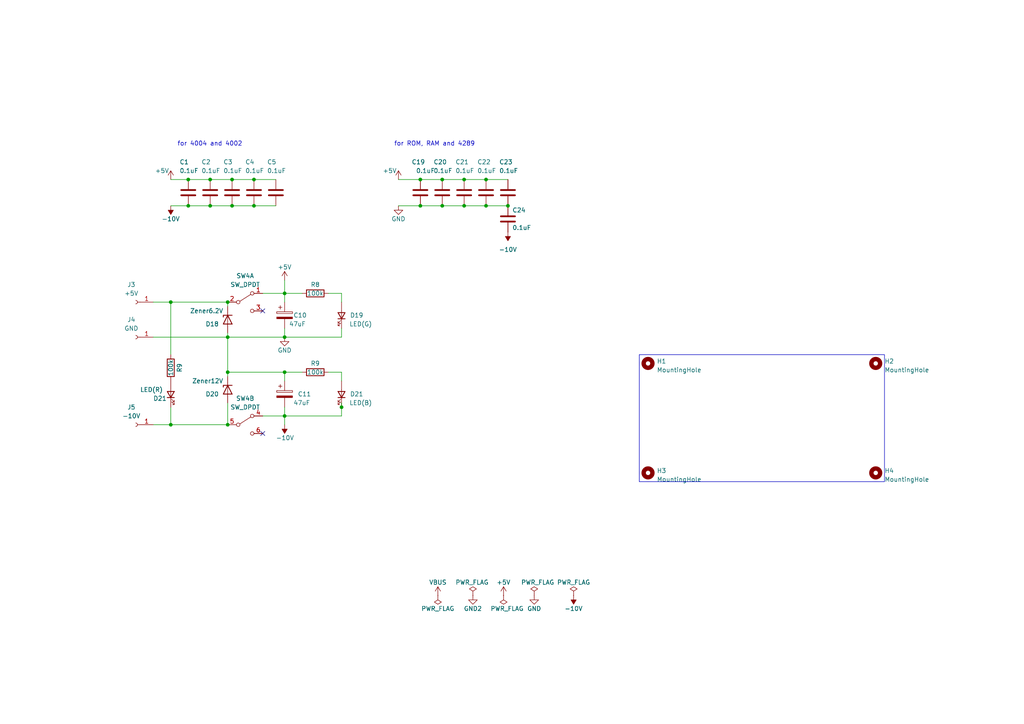
<source format=kicad_sch>
(kicad_sch (version 20230121) (generator eeschema)

  (uuid 3e5225d9-afd7-4ebf-b59c-45461f3da5da)

  (paper "A4")

  (lib_symbols
    (symbol "000_MyLibrary:C" (pin_numbers hide) (pin_names (offset 0.254)) (in_bom yes) (on_board yes)
      (property "Reference" "C" (at 0.635 2.54 0)
        (effects (font (size 1.27 1.27)) (justify left))
      )
      (property "Value" "C" (at 0.635 -2.54 0)
        (effects (font (size 1.27 1.27)) (justify left))
      )
      (property "Footprint" "" (at 0.9652 -3.81 0)
        (effects (font (size 1.27 1.27)) hide)
      )
      (property "Datasheet" "~" (at 0 0 0)
        (effects (font (size 1.27 1.27)) hide)
      )
      (property "ki_keywords" "cap capacitor" (at 0 0 0)
        (effects (font (size 1.27 1.27)) hide)
      )
      (property "ki_description" "Unpolarized capacitor" (at 0 0 0)
        (effects (font (size 1.27 1.27)) hide)
      )
      (property "ki_fp_filters" "C_*" (at 0 0 0)
        (effects (font (size 1.27 1.27)) hide)
      )
      (symbol "C_0_1"
        (polyline
          (pts
            (xy -2.032 -0.762)
            (xy 2.032 -0.762)
          )
          (stroke (width 0.508) (type default))
          (fill (type none))
        )
        (polyline
          (pts
            (xy -2.032 0.762)
            (xy 2.032 0.762)
          )
          (stroke (width 0.508) (type default))
          (fill (type none))
        )
      )
      (symbol "C_1_1"
        (pin passive line (at 0 3.81 270) (length 2.794)
          (name "~" (effects (font (size 1.27 1.27))))
          (number "1" (effects (font (size 1.27 1.27))))
        )
        (pin passive line (at 0 -3.81 90) (length 2.794)
          (name "~" (effects (font (size 1.27 1.27))))
          (number "2" (effects (font (size 1.27 1.27))))
        )
      )
    )
    (symbol "000_MyLibrary:C_Polarized" (pin_numbers hide) (pin_names (offset 0.254)) (in_bom yes) (on_board yes)
      (property "Reference" "C" (at 0.635 2.54 0)
        (effects (font (size 1.27 1.27)) (justify left))
      )
      (property "Value" "C_Polarized" (at 0.635 -2.54 0)
        (effects (font (size 1.27 1.27)) (justify left))
      )
      (property "Footprint" "" (at 0.9652 -3.81 0)
        (effects (font (size 1.27 1.27)) hide)
      )
      (property "Datasheet" "~" (at 0 0 0)
        (effects (font (size 1.27 1.27)) hide)
      )
      (property "ki_keywords" "cap capacitor" (at 0 0 0)
        (effects (font (size 1.27 1.27)) hide)
      )
      (property "ki_description" "Polarized capacitor" (at 0 0 0)
        (effects (font (size 1.27 1.27)) hide)
      )
      (property "ki_fp_filters" "CP_*" (at 0 0 0)
        (effects (font (size 1.27 1.27)) hide)
      )
      (symbol "C_Polarized_0_1"
        (rectangle (start -2.286 0.508) (end 2.286 1.016)
          (stroke (width 0) (type default))
          (fill (type none))
        )
        (polyline
          (pts
            (xy -1.778 2.286)
            (xy -0.762 2.286)
          )
          (stroke (width 0) (type default))
          (fill (type none))
        )
        (polyline
          (pts
            (xy -1.27 2.794)
            (xy -1.27 1.778)
          )
          (stroke (width 0) (type default))
          (fill (type none))
        )
        (rectangle (start 2.286 -0.508) (end -2.286 -1.016)
          (stroke (width 0) (type default))
          (fill (type outline))
        )
      )
      (symbol "C_Polarized_1_1"
        (pin passive line (at 0 3.81 270) (length 2.794)
          (name "~" (effects (font (size 1.27 1.27))))
          (number "1" (effects (font (size 1.27 1.27))))
        )
        (pin passive line (at 0 -3.81 90) (length 2.794)
          (name "~" (effects (font (size 1.27 1.27))))
          (number "2" (effects (font (size 1.27 1.27))))
        )
      )
    )
    (symbol "000_MyLibrary:Conn_01x01_Female" (pin_names (offset 1.016) hide) (in_bom yes) (on_board yes)
      (property "Reference" "J" (at 0 2.54 0)
        (effects (font (size 1.27 1.27)))
      )
      (property "Value" "Conn_01x01_Female" (at 0 -2.54 0)
        (effects (font (size 1.27 1.27)))
      )
      (property "Footprint" "" (at 0 0 0)
        (effects (font (size 1.27 1.27)) hide)
      )
      (property "Datasheet" "~" (at 0 0 0)
        (effects (font (size 1.27 1.27)) hide)
      )
      (property "ki_keywords" "connector" (at 0 0 0)
        (effects (font (size 1.27 1.27)) hide)
      )
      (property "ki_description" "Generic connector, single row, 01x01, script generated (kicad-library-utils/schlib/autogen/connector/)" (at 0 0 0)
        (effects (font (size 1.27 1.27)) hide)
      )
      (property "ki_fp_filters" "Connector*:*" (at 0 0 0)
        (effects (font (size 1.27 1.27)) hide)
      )
      (symbol "Conn_01x01_Female_1_1"
        (polyline
          (pts
            (xy -1.27 0)
            (xy -0.508 0)
          )
          (stroke (width 0.1524) (type default))
          (fill (type none))
        )
        (arc (start 0 0.508) (mid -0.5058 0) (end 0 -0.508)
          (stroke (width 0.1524) (type default))
          (fill (type none))
        )
        (pin passive line (at -5.08 0 0) (length 3.81)
          (name "Pin_1" (effects (font (size 1.27 1.27))))
          (number "1" (effects (font (size 1.27 1.27))))
        )
      )
    )
    (symbol "000_MyLibrary:D_Zener" (pin_numbers hide) (pin_names (offset 1.016) hide) (in_bom yes) (on_board yes)
      (property "Reference" "D" (at 0 2.54 0)
        (effects (font (size 1.27 1.27)))
      )
      (property "Value" "D_Zener" (at 0 -2.54 0)
        (effects (font (size 1.27 1.27)))
      )
      (property "Footprint" "" (at 0 0 0)
        (effects (font (size 1.27 1.27)) hide)
      )
      (property "Datasheet" "~" (at 0 0 0)
        (effects (font (size 1.27 1.27)) hide)
      )
      (property "ki_keywords" "diode" (at 0 0 0)
        (effects (font (size 1.27 1.27)) hide)
      )
      (property "ki_description" "Zener diode" (at 0 0 0)
        (effects (font (size 1.27 1.27)) hide)
      )
      (property "ki_fp_filters" "TO-???* *_Diode_* *SingleDiode* D_*" (at 0 0 0)
        (effects (font (size 1.27 1.27)) hide)
      )
      (symbol "D_Zener_0_1"
        (polyline
          (pts
            (xy 1.27 0)
            (xy -1.27 0)
          )
          (stroke (width 0) (type default))
          (fill (type none))
        )
        (polyline
          (pts
            (xy -1.27 -1.27)
            (xy -1.27 1.27)
            (xy -0.762 1.27)
          )
          (stroke (width 0.254) (type default))
          (fill (type none))
        )
        (polyline
          (pts
            (xy 1.27 -1.27)
            (xy 1.27 1.27)
            (xy -1.27 0)
            (xy 1.27 -1.27)
          )
          (stroke (width 0.254) (type default))
          (fill (type none))
        )
      )
      (symbol "D_Zener_1_1"
        (pin passive line (at -3.81 0 0) (length 2.54)
          (name "K" (effects (font (size 1.27 1.27))))
          (number "1" (effects (font (size 1.27 1.27))))
        )
        (pin passive line (at 3.81 0 180) (length 2.54)
          (name "A" (effects (font (size 1.27 1.27))))
          (number "2" (effects (font (size 1.27 1.27))))
        )
      )
    )
    (symbol "000_MyLibrary:LED" (pin_numbers hide) (pin_names (offset 1.016) hide) (in_bom yes) (on_board yes)
      (property "Reference" "D" (at 0.254 2.54 0)
        (effects (font (size 1.27 1.27)))
      )
      (property "Value" "LED" (at 0.254 -2.54 0)
        (effects (font (size 1.27 1.27)))
      )
      (property "Footprint" "" (at 0.254 0 0)
        (effects (font (size 1.27 1.27)) hide)
      )
      (property "Datasheet" "~" (at 0.254 0 0)
        (effects (font (size 1.27 1.27)) hide)
      )
      (property "ki_keywords" "LED diode" (at 0 0 0)
        (effects (font (size 1.27 1.27)) hide)
      )
      (property "ki_description" "Light emitting diode" (at 0 0 0)
        (effects (font (size 1.27 1.27)) hide)
      )
      (property "ki_fp_filters" "LED* LED_SMD:* LED_THT:*" (at 0 0 0)
        (effects (font (size 1.27 1.27)) hide)
      )
      (symbol "LED_0_1"
        (polyline
          (pts
            (xy -1.27 0)
            (xy 1.27 0)
          )
          (stroke (width 0) (type default))
          (fill (type none))
        )
        (polyline
          (pts
            (xy -1.016 -1.016)
            (xy -1.016 1.016)
          )
          (stroke (width 0.254) (type default))
          (fill (type none))
        )
        (polyline
          (pts
            (xy 0.762 -1.016)
            (xy 0.762 1.016)
            (xy -1.016 0)
            (xy 0.762 -1.016)
          )
          (stroke (width 0.254) (type default))
          (fill (type none))
        )
        (polyline
          (pts
            (xy -2.286 -0.254)
            (xy -3.048 -1.016)
            (xy -2.54 -1.016)
            (xy -3.048 -1.016)
            (xy -3.048 -0.508)
          )
          (stroke (width 0) (type default))
          (fill (type none))
        )
        (polyline
          (pts
            (xy -1.524 -0.254)
            (xy -2.286 -1.016)
            (xy -1.778 -1.016)
            (xy -2.286 -1.016)
            (xy -2.286 -0.508)
          )
          (stroke (width 0) (type default))
          (fill (type none))
        )
      )
      (symbol "LED_1_1"
        (pin passive line (at -3.81 0 0) (length 2.54)
          (name "K" (effects (font (size 1.27 1.27))))
          (number "1" (effects (font (size 1.27 1.27))))
        )
        (pin passive line (at 3.81 0 180) (length 2.54)
          (name "A" (effects (font (size 1.27 1.27))))
          (number "2" (effects (font (size 1.27 1.27))))
        )
      )
    )
    (symbol "000_MyLibrary:MountingHole" (pin_names (offset 1.016)) (in_bom yes) (on_board yes)
      (property "Reference" "H" (at 0 5.08 0)
        (effects (font (size 1.27 1.27)))
      )
      (property "Value" "MountingHole" (at 0 3.175 0)
        (effects (font (size 1.27 1.27)))
      )
      (property "Footprint" "" (at 0 0 0)
        (effects (font (size 1.27 1.27)) hide)
      )
      (property "Datasheet" "~" (at 0 0 0)
        (effects (font (size 1.27 1.27)) hide)
      )
      (property "ki_keywords" "mounting hole" (at 0 0 0)
        (effects (font (size 1.27 1.27)) hide)
      )
      (property "ki_description" "Mounting Hole without connection" (at 0 0 0)
        (effects (font (size 1.27 1.27)) hide)
      )
      (property "ki_fp_filters" "MountingHole*" (at 0 0 0)
        (effects (font (size 1.27 1.27)) hide)
      )
      (symbol "MountingHole_0_1"
        (circle (center 0 0) (radius 1.27)
          (stroke (width 1.27) (type default))
          (fill (type none))
        )
      )
    )
    (symbol "000_MyLibrary:R" (pin_numbers hide) (pin_names (offset 0)) (in_bom yes) (on_board yes)
      (property "Reference" "R" (at 2.032 0 90)
        (effects (font (size 1.27 1.27)))
      )
      (property "Value" "R" (at 0 0 90)
        (effects (font (size 1.27 1.27)))
      )
      (property "Footprint" "" (at -1.778 0 90)
        (effects (font (size 1.27 1.27)) hide)
      )
      (property "Datasheet" "~" (at 0 0 0)
        (effects (font (size 1.27 1.27)) hide)
      )
      (property "ki_keywords" "R res resistor" (at 0 0 0)
        (effects (font (size 1.27 1.27)) hide)
      )
      (property "ki_description" "Resistor" (at 0 0 0)
        (effects (font (size 1.27 1.27)) hide)
      )
      (property "ki_fp_filters" "R_*" (at 0 0 0)
        (effects (font (size 1.27 1.27)) hide)
      )
      (symbol "R_0_1"
        (rectangle (start -1.016 -2.54) (end 1.016 2.54)
          (stroke (width 0.254) (type default))
          (fill (type none))
        )
      )
      (symbol "R_1_1"
        (pin passive line (at 0 3.81 270) (length 1.27)
          (name "~" (effects (font (size 1.27 1.27))))
          (number "1" (effects (font (size 1.27 1.27))))
        )
        (pin passive line (at 0 -3.81 90) (length 1.27)
          (name "~" (effects (font (size 1.27 1.27))))
          (number "2" (effects (font (size 1.27 1.27))))
        )
      )
    )
    (symbol "000_MyLibrary:SW_DPDT" (pin_names (offset 0) hide) (in_bom yes) (on_board yes)
      (property "Reference" "SW" (at 0 4.318 0)
        (effects (font (size 1.27 1.27)))
      )
      (property "Value" "SW_DPDT" (at 0 -5.08 0)
        (effects (font (size 1.27 1.27)))
      )
      (property "Footprint" "" (at 0 0 0)
        (effects (font (size 1.27 1.27)) hide)
      )
      (property "Datasheet" "~" (at 0 0 0)
        (effects (font (size 1.27 1.27)) hide)
      )
      (property "ki_keywords" "switch dual-pole double-throw DPDT spdt ON-ON" (at 0 0 0)
        (effects (font (size 1.27 1.27)) hide)
      )
      (property "ki_description" "Switch, dual pole double throw, separate symbols" (at 0 0 0)
        (effects (font (size 1.27 1.27)) hide)
      )
      (property "ki_fp_filters" "SW*DPDT*" (at 0 0 0)
        (effects (font (size 1.27 1.27)) hide)
      )
      (symbol "SW_DPDT_0_0"
        (circle (center -2.032 0) (radius 0.508)
          (stroke (width 0) (type default))
          (fill (type none))
        )
        (circle (center 2.032 -2.54) (radius 0.508)
          (stroke (width 0) (type default))
          (fill (type none))
        )
      )
      (symbol "SW_DPDT_0_1"
        (polyline
          (pts
            (xy -1.524 0.254)
            (xy 1.651 2.286)
          )
          (stroke (width 0) (type default))
          (fill (type none))
        )
        (circle (center 2.032 2.54) (radius 0.508)
          (stroke (width 0) (type default))
          (fill (type none))
        )
      )
      (symbol "SW_DPDT_1_1"
        (pin passive line (at 5.08 2.54 180) (length 2.54)
          (name "A" (effects (font (size 1.27 1.27))))
          (number "1" (effects (font (size 1.27 1.27))))
        )
        (pin passive line (at -5.08 0 0) (length 2.54)
          (name "B" (effects (font (size 1.27 1.27))))
          (number "2" (effects (font (size 1.27 1.27))))
        )
        (pin passive line (at 5.08 -2.54 180) (length 2.54)
          (name "C" (effects (font (size 1.27 1.27))))
          (number "3" (effects (font (size 1.27 1.27))))
        )
      )
      (symbol "SW_DPDT_2_1"
        (pin passive line (at 5.08 2.54 180) (length 2.54)
          (name "A" (effects (font (size 1.27 1.27))))
          (number "4" (effects (font (size 1.27 1.27))))
        )
        (pin passive line (at -5.08 0 0) (length 2.54)
          (name "B" (effects (font (size 1.27 1.27))))
          (number "5" (effects (font (size 1.27 1.27))))
        )
        (pin passive line (at 5.08 -2.54 180) (length 2.54)
          (name "C" (effects (font (size 1.27 1.27))))
          (number "6" (effects (font (size 1.27 1.27))))
        )
      )
    )
    (symbol "power:+5V" (power) (pin_names (offset 0)) (in_bom yes) (on_board yes)
      (property "Reference" "#PWR" (at 0 -3.81 0)
        (effects (font (size 1.27 1.27)) hide)
      )
      (property "Value" "+5V" (at 0 3.556 0)
        (effects (font (size 1.27 1.27)))
      )
      (property "Footprint" "" (at 0 0 0)
        (effects (font (size 1.27 1.27)) hide)
      )
      (property "Datasheet" "" (at 0 0 0)
        (effects (font (size 1.27 1.27)) hide)
      )
      (property "ki_keywords" "global power" (at 0 0 0)
        (effects (font (size 1.27 1.27)) hide)
      )
      (property "ki_description" "Power symbol creates a global label with name \"+5V\"" (at 0 0 0)
        (effects (font (size 1.27 1.27)) hide)
      )
      (symbol "+5V_0_1"
        (polyline
          (pts
            (xy -0.762 1.27)
            (xy 0 2.54)
          )
          (stroke (width 0) (type default))
          (fill (type none))
        )
        (polyline
          (pts
            (xy 0 0)
            (xy 0 2.54)
          )
          (stroke (width 0) (type default))
          (fill (type none))
        )
        (polyline
          (pts
            (xy 0 2.54)
            (xy 0.762 1.27)
          )
          (stroke (width 0) (type default))
          (fill (type none))
        )
      )
      (symbol "+5V_1_1"
        (pin power_in line (at 0 0 90) (length 0) hide
          (name "+5V" (effects (font (size 1.27 1.27))))
          (number "1" (effects (font (size 1.27 1.27))))
        )
      )
    )
    (symbol "power:-10V" (power) (pin_names (offset 0)) (in_bom yes) (on_board yes)
      (property "Reference" "#PWR" (at 0 2.54 0)
        (effects (font (size 1.27 1.27)) hide)
      )
      (property "Value" "-10V" (at 0 3.81 0)
        (effects (font (size 1.27 1.27)))
      )
      (property "Footprint" "" (at 0 0 0)
        (effects (font (size 1.27 1.27)) hide)
      )
      (property "Datasheet" "" (at 0 0 0)
        (effects (font (size 1.27 1.27)) hide)
      )
      (property "ki_keywords" "global power" (at 0 0 0)
        (effects (font (size 1.27 1.27)) hide)
      )
      (property "ki_description" "Power symbol creates a global label with name \"-10V\"" (at 0 0 0)
        (effects (font (size 1.27 1.27)) hide)
      )
      (symbol "-10V_0_0"
        (pin power_in line (at 0 0 90) (length 0) hide
          (name "-10V" (effects (font (size 1.27 1.27))))
          (number "1" (effects (font (size 1.27 1.27))))
        )
      )
      (symbol "-10V_0_1"
        (polyline
          (pts
            (xy 0 0)
            (xy 0 1.27)
            (xy 0.762 1.27)
            (xy 0 2.54)
            (xy -0.762 1.27)
            (xy 0 1.27)
          )
          (stroke (width 0) (type default))
          (fill (type outline))
        )
      )
    )
    (symbol "power:GND" (power) (pin_names (offset 0)) (in_bom yes) (on_board yes)
      (property "Reference" "#PWR" (at 0 -6.35 0)
        (effects (font (size 1.27 1.27)) hide)
      )
      (property "Value" "GND" (at 0 -3.81 0)
        (effects (font (size 1.27 1.27)))
      )
      (property "Footprint" "" (at 0 0 0)
        (effects (font (size 1.27 1.27)) hide)
      )
      (property "Datasheet" "" (at 0 0 0)
        (effects (font (size 1.27 1.27)) hide)
      )
      (property "ki_keywords" "global power" (at 0 0 0)
        (effects (font (size 1.27 1.27)) hide)
      )
      (property "ki_description" "Power symbol creates a global label with name \"GND\" , ground" (at 0 0 0)
        (effects (font (size 1.27 1.27)) hide)
      )
      (symbol "GND_0_1"
        (polyline
          (pts
            (xy 0 0)
            (xy 0 -1.27)
            (xy 1.27 -1.27)
            (xy 0 -2.54)
            (xy -1.27 -1.27)
            (xy 0 -1.27)
          )
          (stroke (width 0) (type default))
          (fill (type none))
        )
      )
      (symbol "GND_1_1"
        (pin power_in line (at 0 0 270) (length 0) hide
          (name "GND" (effects (font (size 1.27 1.27))))
          (number "1" (effects (font (size 1.27 1.27))))
        )
      )
    )
    (symbol "power:GND2" (power) (pin_names (offset 0)) (in_bom yes) (on_board yes)
      (property "Reference" "#PWR" (at 0 -6.35 0)
        (effects (font (size 1.27 1.27)) hide)
      )
      (property "Value" "GND2" (at 0 -3.81 0)
        (effects (font (size 1.27 1.27)))
      )
      (property "Footprint" "" (at 0 0 0)
        (effects (font (size 1.27 1.27)) hide)
      )
      (property "Datasheet" "" (at 0 0 0)
        (effects (font (size 1.27 1.27)) hide)
      )
      (property "ki_keywords" "global power" (at 0 0 0)
        (effects (font (size 1.27 1.27)) hide)
      )
      (property "ki_description" "Power symbol creates a global label with name \"GND2\" , ground" (at 0 0 0)
        (effects (font (size 1.27 1.27)) hide)
      )
      (symbol "GND2_0_1"
        (polyline
          (pts
            (xy 0 0)
            (xy 0 -1.27)
            (xy 1.27 -1.27)
            (xy 0 -2.54)
            (xy -1.27 -1.27)
            (xy 0 -1.27)
          )
          (stroke (width 0) (type default))
          (fill (type none))
        )
      )
      (symbol "GND2_1_1"
        (pin power_in line (at 0 0 270) (length 0) hide
          (name "GND2" (effects (font (size 1.27 1.27))))
          (number "1" (effects (font (size 1.27 1.27))))
        )
      )
    )
    (symbol "power:PWR_FLAG" (power) (pin_numbers hide) (pin_names (offset 0) hide) (in_bom yes) (on_board yes)
      (property "Reference" "#FLG" (at 0 1.905 0)
        (effects (font (size 1.27 1.27)) hide)
      )
      (property "Value" "PWR_FLAG" (at 0 3.81 0)
        (effects (font (size 1.27 1.27)))
      )
      (property "Footprint" "" (at 0 0 0)
        (effects (font (size 1.27 1.27)) hide)
      )
      (property "Datasheet" "~" (at 0 0 0)
        (effects (font (size 1.27 1.27)) hide)
      )
      (property "ki_keywords" "flag power" (at 0 0 0)
        (effects (font (size 1.27 1.27)) hide)
      )
      (property "ki_description" "Special symbol for telling ERC where power comes from" (at 0 0 0)
        (effects (font (size 1.27 1.27)) hide)
      )
      (symbol "PWR_FLAG_0_0"
        (pin power_out line (at 0 0 90) (length 0)
          (name "pwr" (effects (font (size 1.27 1.27))))
          (number "1" (effects (font (size 1.27 1.27))))
        )
      )
      (symbol "PWR_FLAG_0_1"
        (polyline
          (pts
            (xy 0 0)
            (xy 0 1.27)
            (xy -1.016 1.905)
            (xy 0 2.54)
            (xy 1.016 1.905)
            (xy 0 1.27)
          )
          (stroke (width 0) (type default))
          (fill (type none))
        )
      )
    )
    (symbol "power:VBUS" (power) (pin_names (offset 0)) (in_bom yes) (on_board yes)
      (property "Reference" "#PWR" (at 0 -3.81 0)
        (effects (font (size 1.27 1.27)) hide)
      )
      (property "Value" "VBUS" (at 0 3.81 0)
        (effects (font (size 1.27 1.27)))
      )
      (property "Footprint" "" (at 0 0 0)
        (effects (font (size 1.27 1.27)) hide)
      )
      (property "Datasheet" "" (at 0 0 0)
        (effects (font (size 1.27 1.27)) hide)
      )
      (property "ki_keywords" "global power" (at 0 0 0)
        (effects (font (size 1.27 1.27)) hide)
      )
      (property "ki_description" "Power symbol creates a global label with name \"VBUS\"" (at 0 0 0)
        (effects (font (size 1.27 1.27)) hide)
      )
      (symbol "VBUS_0_1"
        (polyline
          (pts
            (xy -0.762 1.27)
            (xy 0 2.54)
          )
          (stroke (width 0) (type default))
          (fill (type none))
        )
        (polyline
          (pts
            (xy 0 0)
            (xy 0 2.54)
          )
          (stroke (width 0) (type default))
          (fill (type none))
        )
        (polyline
          (pts
            (xy 0 2.54)
            (xy 0.762 1.27)
          )
          (stroke (width 0) (type default))
          (fill (type none))
        )
      )
      (symbol "VBUS_1_1"
        (pin power_in line (at 0 0 90) (length 0) hide
          (name "VBUS" (effects (font (size 1.27 1.27))))
          (number "1" (effects (font (size 1.27 1.27))))
        )
      )
    )
  )

  (junction (at 54.61 52.07) (diameter 0) (color 0 0 0 0)
    (uuid 04de454c-4c65-478a-b0b9-dd7562c24342)
  )
  (junction (at 49.53 87.63) (diameter 0) (color 0 0 0 0)
    (uuid 20bb66b5-72eb-4c68-bae7-8ce34201a00f)
  )
  (junction (at 134.62 52.07) (diameter 0) (color 0 0 0 0)
    (uuid 25c7cfd5-f22a-44c4-b12d-dfac311d778c)
  )
  (junction (at 140.97 59.69) (diameter 0) (color 0 0 0 0)
    (uuid 340ece68-d487-4e8b-89c8-60f39cdc44d2)
  )
  (junction (at 67.31 59.69) (diameter 0) (color 0 0 0 0)
    (uuid 34980289-8791-4f0d-af39-fc335b09b75f)
  )
  (junction (at 82.55 97.79) (diameter 0) (color 0 0 0 0)
    (uuid 3659af39-3872-4287-a0c6-0d7c0ee98aa9)
  )
  (junction (at 82.55 85.09) (diameter 0) (color 0 0 0 0)
    (uuid 3f6d30f1-2661-4932-85b1-e343e7b3bb3c)
  )
  (junction (at 82.55 120.65) (diameter 0) (color 0 0 0 0)
    (uuid 45850601-36da-436b-97d8-a2510251812a)
  )
  (junction (at 54.61 59.69) (diameter 0) (color 0 0 0 0)
    (uuid 4eaaaedb-bea7-4c1d-b1f3-e6d4d6222550)
  )
  (junction (at 60.96 52.07) (diameter 0) (color 0 0 0 0)
    (uuid 55a2b39d-f9b6-4812-9317-86452d7ee170)
  )
  (junction (at 67.31 52.07) (diameter 0) (color 0 0 0 0)
    (uuid 5dfcb62b-4543-4b7d-a614-a3f400845f69)
  )
  (junction (at 66.04 87.63) (diameter 0) (color 0 0 0 0)
    (uuid 674fcd52-91a9-46ea-b049-7dc23dd0756b)
  )
  (junction (at 99.06 118.11) (diameter 0) (color 0 0 0 0)
    (uuid 69e4547c-33d5-48f8-92e6-fcecf8da55dd)
  )
  (junction (at 66.04 107.95) (diameter 0) (color 0 0 0 0)
    (uuid 6a349b7a-27b8-412e-a820-e62789e5ecd6)
  )
  (junction (at 121.92 59.69) (diameter 0) (color 0 0 0 0)
    (uuid 701cd864-9b91-462c-a3c5-70e92b53c774)
  )
  (junction (at 140.97 52.07) (diameter 0) (color 0 0 0 0)
    (uuid 77067c6e-8cc0-4143-8a7f-d2b5e067a731)
  )
  (junction (at 66.04 97.79) (diameter 0) (color 0 0 0 0)
    (uuid 7a6e1311-e77a-40a0-a363-aae20d7c3ab4)
  )
  (junction (at 66.04 123.19) (diameter 0) (color 0 0 0 0)
    (uuid 90f1d913-29b6-4777-8f89-541c7c0f9c1b)
  )
  (junction (at 121.92 52.07) (diameter 0) (color 0 0 0 0)
    (uuid 9a36eadb-0c54-49d9-95f7-7171580602ca)
  )
  (junction (at 73.66 52.07) (diameter 0) (color 0 0 0 0)
    (uuid a2daf0e1-08ec-437d-8b75-a3c200da1bfe)
  )
  (junction (at 73.66 59.69) (diameter 0) (color 0 0 0 0)
    (uuid a342aafc-4d60-43d6-b76f-3d7166fe6930)
  )
  (junction (at 49.53 123.19) (diameter 0) (color 0 0 0 0)
    (uuid a4a65893-848b-4779-aef7-09dcafcbb12a)
  )
  (junction (at 82.55 107.95) (diameter 0) (color 0 0 0 0)
    (uuid ad8b6c6b-dd61-4bd6-8c19-a985887f8107)
  )
  (junction (at 147.32 59.69) (diameter 0) (color 0 0 0 0)
    (uuid b027554c-6e72-4f51-bbdd-889bc51a2bfd)
  )
  (junction (at 134.62 59.69) (diameter 0) (color 0 0 0 0)
    (uuid bfc316c2-bc1b-4ac4-bb29-cd1826752268)
  )
  (junction (at 128.27 52.07) (diameter 0) (color 0 0 0 0)
    (uuid ce15162e-0669-4b06-9dac-b95aac113beb)
  )
  (junction (at 128.27 59.69) (diameter 0) (color 0 0 0 0)
    (uuid eea915b8-bb5c-46b0-b786-bd5bdadb7e2d)
  )
  (junction (at 60.96 59.69) (diameter 0) (color 0 0 0 0)
    (uuid eeb34551-b451-4a01-ac2a-34e7b3fd7643)
  )

  (no_connect (at 76.2 90.17) (uuid 6be19ef6-a933-40dd-bfdd-35898a4f9950))
  (no_connect (at 76.2 125.73) (uuid b2c3e1c7-8210-40b9-af30-0c56d5e45902))

  (wire (pts (xy 49.53 118.11) (xy 49.53 123.19))
    (stroke (width 0) (type default))
    (uuid 00021522-2cb1-4644-bfd6-4b69445eb208)
  )
  (wire (pts (xy 82.55 81.28) (xy 82.55 85.09))
    (stroke (width 0) (type default))
    (uuid 04cbeb4c-23c3-48d3-a017-370e42f01dde)
  )
  (wire (pts (xy 49.53 87.63) (xy 44.45 87.63))
    (stroke (width 0) (type default))
    (uuid 0a9075eb-f482-4629-ac93-ce1c9da8aac9)
  )
  (wire (pts (xy 95.25 85.09) (xy 99.06 85.09))
    (stroke (width 0) (type default))
    (uuid 21f3fb50-3eaf-43f5-ab45-d891494a7059)
  )
  (wire (pts (xy 82.55 85.09) (xy 87.63 85.09))
    (stroke (width 0) (type default))
    (uuid 242531f0-b354-459b-9474-bb9dda5a5133)
  )
  (wire (pts (xy 67.31 52.07) (xy 73.66 52.07))
    (stroke (width 0) (type default))
    (uuid 24983586-eb5d-4fe6-90cd-a61fafcd4ef0)
  )
  (wire (pts (xy 82.55 120.65) (xy 82.55 118.11))
    (stroke (width 0) (type default))
    (uuid 28138ab7-4e12-460b-a810-76c452b6d8e3)
  )
  (wire (pts (xy 82.55 85.09) (xy 82.55 87.63))
    (stroke (width 0) (type default))
    (uuid 281a90de-99d1-480f-a9cb-beee7ee90a88)
  )
  (wire (pts (xy 99.06 85.09) (xy 99.06 87.63))
    (stroke (width 0) (type default))
    (uuid 28f99aba-cdd2-4b5d-989a-ce50f1ee6f9b)
  )
  (wire (pts (xy 99.06 120.65) (xy 99.06 118.11))
    (stroke (width 0) (type default))
    (uuid 2df77993-6342-47ef-a9c0-1bb67652026f)
  )
  (wire (pts (xy 44.45 97.79) (xy 66.04 97.79))
    (stroke (width 0) (type default))
    (uuid 3208aaf4-cdc9-4091-b29e-3f27fc63bdf3)
  )
  (wire (pts (xy 121.92 52.07) (xy 128.27 52.07))
    (stroke (width 0) (type default))
    (uuid 41215c4b-8628-481d-a9fc-e39303e11b73)
  )
  (wire (pts (xy 82.55 107.95) (xy 87.63 107.95))
    (stroke (width 0) (type default))
    (uuid 4ee7a2bc-21d4-43f4-8c96-f30c208a3aaf)
  )
  (wire (pts (xy 128.27 52.07) (xy 134.62 52.07))
    (stroke (width 0) (type default))
    (uuid 50bc017b-bac4-41a5-aa62-f53be857cd1c)
  )
  (wire (pts (xy 60.96 59.69) (xy 67.31 59.69))
    (stroke (width 0) (type default))
    (uuid 522bcefb-72d3-45de-9565-e1902c3df93a)
  )
  (wire (pts (xy 134.62 59.69) (xy 140.97 59.69))
    (stroke (width 0) (type default))
    (uuid 538d6019-eafa-455a-b6e1-62e0e71c9cf0)
  )
  (wire (pts (xy 66.04 97.79) (xy 66.04 107.95))
    (stroke (width 0) (type default))
    (uuid 539d373e-25ac-4a92-9397-a133b64f4fab)
  )
  (wire (pts (xy 99.06 110.49) (xy 99.06 107.95))
    (stroke (width 0) (type default))
    (uuid 5e21da8f-1cba-444e-809b-03e9b61a7178)
  )
  (wire (pts (xy 66.04 96.52) (xy 66.04 97.79))
    (stroke (width 0) (type default))
    (uuid 60baa953-122c-4df6-9b2f-14171f0b3ed2)
  )
  (wire (pts (xy 66.04 109.22) (xy 66.04 107.95))
    (stroke (width 0) (type default))
    (uuid 61325a51-366f-46f3-b7b2-c19703ebc13f)
  )
  (wire (pts (xy 44.45 123.19) (xy 49.53 123.19))
    (stroke (width 0) (type default))
    (uuid 65223f31-54bd-430c-8717-3ee35fa9081a)
  )
  (wire (pts (xy 49.53 52.07) (xy 54.61 52.07))
    (stroke (width 0) (type default))
    (uuid 66f54f45-b52b-4455-a7a4-f0be1f1c9cc8)
  )
  (wire (pts (xy 66.04 87.63) (xy 66.04 88.9))
    (stroke (width 0) (type default))
    (uuid 6a1a8a9b-8bee-4ceb-ab3c-a21cb906cf50)
  )
  (wire (pts (xy 66.04 97.79) (xy 82.55 97.79))
    (stroke (width 0) (type default))
    (uuid 73855101-0cc3-4073-84f9-763f472db406)
  )
  (wire (pts (xy 60.96 52.07) (xy 67.31 52.07))
    (stroke (width 0) (type default))
    (uuid 79192e9b-46cb-4a49-b53d-369a9eb5f6d8)
  )
  (wire (pts (xy 121.92 59.69) (xy 128.27 59.69))
    (stroke (width 0) (type default))
    (uuid 81397447-cda8-4266-85a0-a1f79ed5e147)
  )
  (wire (pts (xy 54.61 52.07) (xy 60.96 52.07))
    (stroke (width 0) (type default))
    (uuid 8c5ec008-6317-4220-966f-a4834e857f0e)
  )
  (wire (pts (xy 82.55 97.79) (xy 99.06 97.79))
    (stroke (width 0) (type default))
    (uuid 8edaa418-84c6-4d73-a2ae-043be554d27c)
  )
  (wire (pts (xy 115.57 52.07) (xy 121.92 52.07))
    (stroke (width 0) (type default))
    (uuid 9286a0a7-c0c2-485e-89e7-f3ea3b073db5)
  )
  (wire (pts (xy 140.97 52.07) (xy 147.32 52.07))
    (stroke (width 0) (type default))
    (uuid 932e6b81-07f4-4c04-a49c-e5e8aec562f0)
  )
  (wire (pts (xy 76.2 85.09) (xy 82.55 85.09))
    (stroke (width 0) (type default))
    (uuid 9483c2ba-e81c-4c95-8532-e8eaeeb89d47)
  )
  (wire (pts (xy 76.2 120.65) (xy 82.55 120.65))
    (stroke (width 0) (type default))
    (uuid 97dd2977-126f-46f0-9e36-2009a82ef8ce)
  )
  (wire (pts (xy 54.61 59.69) (xy 60.96 59.69))
    (stroke (width 0) (type default))
    (uuid 98fe3638-eb9c-4303-af3e-ad5046a23325)
  )
  (wire (pts (xy 66.04 116.84) (xy 66.04 123.19))
    (stroke (width 0) (type default))
    (uuid a19bcc2d-7d81-445a-aae1-34c17ee69c9e)
  )
  (wire (pts (xy 73.66 59.69) (xy 80.01 59.69))
    (stroke (width 0) (type default))
    (uuid a32eeb50-c103-404d-b001-07fac0e35612)
  )
  (wire (pts (xy 140.97 59.69) (xy 147.32 59.69))
    (stroke (width 0) (type default))
    (uuid a3edc8e9-7bfa-43e4-bd1d-c3ae35941c08)
  )
  (wire (pts (xy 99.06 118.11) (xy 99.06 116.84))
    (stroke (width 0) (type default))
    (uuid abe6e6fd-3925-4c90-a694-7c84a256d4a3)
  )
  (wire (pts (xy 49.53 59.69) (xy 54.61 59.69))
    (stroke (width 0) (type default))
    (uuid b567dd46-1bf6-4097-9917-e50b95432387)
  )
  (wire (pts (xy 99.06 97.79) (xy 99.06 95.25))
    (stroke (width 0) (type default))
    (uuid b7bbb957-a399-4bd6-9c20-b5919232a9a0)
  )
  (wire (pts (xy 115.57 59.69) (xy 121.92 59.69))
    (stroke (width 0) (type default))
    (uuid be749866-69f6-47cd-8885-29af353fa5f3)
  )
  (wire (pts (xy 82.55 95.25) (xy 82.55 97.79))
    (stroke (width 0) (type default))
    (uuid bfd504d1-1c53-4d79-9a01-f324ce42a041)
  )
  (wire (pts (xy 95.25 107.95) (xy 99.06 107.95))
    (stroke (width 0) (type default))
    (uuid bfe08585-1112-4fce-903e-5f8128fbc872)
  )
  (wire (pts (xy 82.55 120.65) (xy 82.55 123.19))
    (stroke (width 0) (type default))
    (uuid c0c0cfe1-3df2-4dc3-864f-9030bd800f24)
  )
  (wire (pts (xy 73.66 52.07) (xy 80.01 52.07))
    (stroke (width 0) (type default))
    (uuid c2afdf5b-4d33-4668-898c-c7e35d1dcf0f)
  )
  (wire (pts (xy 82.55 110.49) (xy 82.55 107.95))
    (stroke (width 0) (type default))
    (uuid cabe3cd2-e7f8-4dd1-9e39-287b54bd03f6)
  )
  (wire (pts (xy 66.04 87.63) (xy 49.53 87.63))
    (stroke (width 0) (type default))
    (uuid da8290f0-dddd-4b53-8eaa-18f408e7bb56)
  )
  (wire (pts (xy 49.53 123.19) (xy 66.04 123.19))
    (stroke (width 0) (type default))
    (uuid dadc04b5-af0f-4b6f-9d0c-d0a4c64b1155)
  )
  (wire (pts (xy 134.62 52.07) (xy 140.97 52.07))
    (stroke (width 0) (type default))
    (uuid dcd35aca-319c-4cbd-a631-835b07d44ec4)
  )
  (wire (pts (xy 66.04 107.95) (xy 82.55 107.95))
    (stroke (width 0) (type default))
    (uuid df702a6e-dd44-4fcb-a343-a224e558f1b0)
  )
  (wire (pts (xy 82.55 120.65) (xy 99.06 120.65))
    (stroke (width 0) (type default))
    (uuid e2fa74ce-5161-4794-b24f-c36ee522549d)
  )
  (wire (pts (xy 128.27 59.69) (xy 134.62 59.69))
    (stroke (width 0) (type default))
    (uuid eb30563d-b8e9-4e31-8439-598337158768)
  )
  (wire (pts (xy 49.53 87.63) (xy 49.53 102.87))
    (stroke (width 0) (type default))
    (uuid f5b4e664-bd76-4f83-b26f-c5870ab22e3f)
  )
  (wire (pts (xy 67.31 59.69) (xy 73.66 59.69))
    (stroke (width 0) (type default))
    (uuid fbaafd1a-1847-40d3-98aa-2b6aaa153279)
  )

  (rectangle (start 185.42 102.87) (end 256.54 139.7)
    (stroke (width 0) (type default))
    (fill (type none))
    (uuid e9133429-60a1-411a-b97e-235272a7ff90)
  )

  (text "for ROM, RAM and 4289" (at 114.3 42.545 0)
    (effects (font (size 1.27 1.27)) (justify left bottom))
    (uuid e62db1ec-86dc-403d-9267-3a1499c03bb2)
  )
  (text "for 4004 and 4002" (at 51.435 42.545 0)
    (effects (font (size 1.27 1.27)) (justify left bottom))
    (uuid fdce0c80-0021-4e3c-b576-fbdf39b51bfe)
  )

  (symbol (lib_id "000_MyLibrary:LED") (at 99.06 114.3 270) (mirror x) (unit 1)
    (in_bom yes) (on_board yes) (dnp no)
    (uuid 017eb828-3ced-4228-9241-836f37efea33)
    (property "Reference" "D21" (at 105.41 114.3 90)
      (effects (font (size 1.27 1.27)) (justify right))
    )
    (property "Value" "LED(B)" (at 107.95 116.84 90)
      (effects (font (size 1.27 1.27)) (justify right))
    )
    (property "Footprint" "000_MyFootprint:LED_D3.0mm" (at 99.06 114.046 0)
      (effects (font (size 1.27 1.27)) hide)
    )
    (property "Datasheet" "~" (at 99.06 114.046 0)
      (effects (font (size 1.27 1.27)) hide)
    )
    (pin "1" (uuid e3db1275-a709-40a1-a978-3d5dc3990655))
    (pin "2" (uuid 24d1d1c4-da3b-4649-a90e-e8b4b79c407e))
    (instances
      (project "test4004"
        (path "/864f134a-41c6-4913-ad4a-3ecdcf349a38"
          (reference "D21") (unit 1)
        )
        (path "/864f134a-41c6-4913-ad4a-3ecdcf349a38/5469af6e-307a-497f-8be9-ea9ec74e6c6f"
          (reference "D38") (unit 1)
        )
      )
    )
  )

  (symbol (lib_id "000_MyLibrary:R") (at 49.53 106.68 0) (unit 1)
    (in_bom yes) (on_board yes) (dnp no)
    (uuid 024d389e-d923-4b0d-9d0b-8d9481dd11b9)
    (property "Reference" "R9" (at 52.07 106.68 90)
      (effects (font (size 1.27 1.27)))
    )
    (property "Value" "100k" (at 49.53 106.68 90)
      (effects (font (size 1.27 1.27)))
    )
    (property "Footprint" "000_MyFootprint:R_Axial_DIN0207_L6.3mm_D2.5mm_P7.62mm_Horizontal" (at 47.752 106.68 90)
      (effects (font (size 1.27 1.27)) hide)
    )
    (property "Datasheet" "~" (at 49.53 106.68 0)
      (effects (font (size 1.27 1.27)) hide)
    )
    (pin "1" (uuid 4fb52072-9209-41fd-b06a-8269f0d20288))
    (pin "2" (uuid a75b2390-6518-4828-8731-98f40a979384))
    (instances
      (project "test4004"
        (path "/864f134a-41c6-4913-ad4a-3ecdcf349a38"
          (reference "R9") (unit 1)
        )
        (path "/864f134a-41c6-4913-ad4a-3ecdcf349a38/5469af6e-307a-497f-8be9-ea9ec74e6c6f"
          (reference "R37") (unit 1)
        )
      )
    )
  )

  (symbol (lib_id "000_MyLibrary:LED") (at 49.53 114.3 90) (unit 1)
    (in_bom yes) (on_board yes) (dnp no)
    (uuid 02821118-c5e8-444c-87de-9f8874a0a54f)
    (property "Reference" "D21" (at 44.45 115.57 90)
      (effects (font (size 1.27 1.27)) (justify right))
    )
    (property "Value" "LED(R)" (at 40.64 113.03 90)
      (effects (font (size 1.27 1.27)) (justify right))
    )
    (property "Footprint" "000_MyFootprint:LED_D3.0mm" (at 49.53 114.046 0)
      (effects (font (size 1.27 1.27)) hide)
    )
    (property "Datasheet" "~" (at 49.53 114.046 0)
      (effects (font (size 1.27 1.27)) hide)
    )
    (pin "1" (uuid 3d2ec7dd-2639-4a4d-a86c-4bf7f1623a1f))
    (pin "2" (uuid 393ca974-2105-47bb-a298-f20edeb08a84))
    (instances
      (project "test4004"
        (path "/864f134a-41c6-4913-ad4a-3ecdcf349a38"
          (reference "D21") (unit 1)
        )
        (path "/864f134a-41c6-4913-ad4a-3ecdcf349a38/5469af6e-307a-497f-8be9-ea9ec74e6c6f"
          (reference "D37") (unit 1)
        )
      )
    )
  )

  (symbol (lib_id "000_MyLibrary:Conn_01x01_Female") (at 39.37 97.79 180) (unit 1)
    (in_bom yes) (on_board yes) (dnp no)
    (uuid 04f9e5ff-eb60-4818-b205-688d02f94ca1)
    (property "Reference" "J4" (at 38.1 92.71 0)
      (effects (font (size 1.27 1.27)))
    )
    (property "Value" "GND" (at 38.1 95.25 0)
      (effects (font (size 1.27 1.27)))
    )
    (property "Footprint" "000_MyFootprint:Banana_Jack_1Pin" (at 39.37 97.79 0)
      (effects (font (size 1.27 1.27)) hide)
    )
    (property "Datasheet" "~" (at 39.37 97.79 0)
      (effects (font (size 1.27 1.27)) hide)
    )
    (pin "1" (uuid dab25f0a-02c9-4ff6-9c8a-74349103331e))
    (instances
      (project "test4004"
        (path "/864f134a-41c6-4913-ad4a-3ecdcf349a38"
          (reference "J4") (unit 1)
        )
        (path "/864f134a-41c6-4913-ad4a-3ecdcf349a38/5469af6e-307a-497f-8be9-ea9ec74e6c6f"
          (reference "J5") (unit 1)
        )
      )
    )
  )

  (symbol (lib_id "power:+5V") (at 49.53 52.07 0) (unit 1)
    (in_bom yes) (on_board yes) (dnp no)
    (uuid 074d9588-3316-4aed-a57a-e44cfa70567e)
    (property "Reference" "#PWR01" (at 49.53 55.88 0)
      (effects (font (size 1.27 1.27)) hide)
    )
    (property "Value" "+5V" (at 46.99 49.53 0)
      (effects (font (size 1.27 1.27)))
    )
    (property "Footprint" "" (at 49.53 52.07 0)
      (effects (font (size 1.27 1.27)) hide)
    )
    (property "Datasheet" "" (at 49.53 52.07 0)
      (effects (font (size 1.27 1.27)) hide)
    )
    (pin "1" (uuid e9be49ae-fb1e-4db1-b944-4ddb6b1e9348))
    (instances
      (project "test4004"
        (path "/864f134a-41c6-4913-ad4a-3ecdcf349a38"
          (reference "#PWR01") (unit 1)
        )
        (path "/864f134a-41c6-4913-ad4a-3ecdcf349a38/5469af6e-307a-497f-8be9-ea9ec74e6c6f"
          (reference "#PWR060") (unit 1)
        )
      )
    )
  )

  (symbol (lib_id "power:VBUS") (at 127 172.72 0) (unit 1)
    (in_bom yes) (on_board yes) (dnp no)
    (uuid 0cb77c19-319c-4f35-8222-325d78e8bf36)
    (property "Reference" "#PWR029" (at 127 176.53 0)
      (effects (font (size 1.27 1.27)) hide)
    )
    (property "Value" "VBUS" (at 127 168.91 0)
      (effects (font (size 1.27 1.27)))
    )
    (property "Footprint" "" (at 127 172.72 0)
      (effects (font (size 1.27 1.27)) hide)
    )
    (property "Datasheet" "" (at 127 172.72 0)
      (effects (font (size 1.27 1.27)) hide)
    )
    (pin "1" (uuid 92ca5431-bac6-44fc-a96b-2b5aa28e36d2))
    (instances
      (project "test4004"
        (path "/864f134a-41c6-4913-ad4a-3ecdcf349a38"
          (reference "#PWR029") (unit 1)
        )
        (path "/864f134a-41c6-4913-ad4a-3ecdcf349a38/5469af6e-307a-497f-8be9-ea9ec74e6c6f"
          (reference "#PWR068") (unit 1)
        )
      )
    )
  )

  (symbol (lib_id "000_MyLibrary:D_Zener") (at 66.04 92.71 90) (mirror x) (unit 1)
    (in_bom yes) (on_board yes) (dnp no)
    (uuid 17f38901-9a7f-490f-9b93-7090884f4f49)
    (property "Reference" "D18" (at 63.5 93.98 90)
      (effects (font (size 1.27 1.27)) (justify left))
    )
    (property "Value" "Zener6.2V" (at 64.77 90.17 90)
      (effects (font (size 1.27 1.27)) (justify left))
    )
    (property "Footprint" "000_MyFootprint:D_DO-35_SOD27_P7.62mm_Horizontal" (at 66.04 92.71 0)
      (effects (font (size 1.27 1.27)) hide)
    )
    (property "Datasheet" "~" (at 66.04 92.71 0)
      (effects (font (size 1.27 1.27)) hide)
    )
    (pin "1" (uuid b9f64e19-754e-4b44-95ee-202012e74f49))
    (pin "2" (uuid 9fd57a47-8547-4301-a5bb-74021cfdd0c8))
    (instances
      (project "test4004"
        (path "/864f134a-41c6-4913-ad4a-3ecdcf349a38"
          (reference "D18") (unit 1)
        )
        (path "/864f134a-41c6-4913-ad4a-3ecdcf349a38/5469af6e-307a-497f-8be9-ea9ec74e6c6f"
          (reference "D35") (unit 1)
        )
      )
    )
  )

  (symbol (lib_id "power:+5V") (at 146.05 172.72 0) (unit 1)
    (in_bom yes) (on_board yes) (dnp no)
    (uuid 1968bf9c-a983-4bc0-9bdf-34b8376de452)
    (property "Reference" "#PWR031" (at 146.05 176.53 0)
      (effects (font (size 1.27 1.27)) hide)
    )
    (property "Value" "+5V" (at 146.05 168.91 0)
      (effects (font (size 1.27 1.27)))
    )
    (property "Footprint" "" (at 146.05 172.72 0)
      (effects (font (size 1.27 1.27)) hide)
    )
    (property "Datasheet" "" (at 146.05 172.72 0)
      (effects (font (size 1.27 1.27)) hide)
    )
    (pin "1" (uuid e96714e2-0908-4ad8-95cd-ddedfb0b8ce5))
    (instances
      (project "test4004"
        (path "/864f134a-41c6-4913-ad4a-3ecdcf349a38"
          (reference "#PWR031") (unit 1)
        )
        (path "/864f134a-41c6-4913-ad4a-3ecdcf349a38/5469af6e-307a-497f-8be9-ea9ec74e6c6f"
          (reference "#PWR070") (unit 1)
        )
      )
    )
  )

  (symbol (lib_id "power:-10V") (at 82.55 123.19 180) (unit 1)
    (in_bom yes) (on_board yes) (dnp no)
    (uuid 2a698d8f-e3b7-431f-8db0-cdcdd264536e)
    (property "Reference" "#PWR027" (at 82.55 125.73 0)
      (effects (font (size 1.27 1.27)) hide)
    )
    (property "Value" "-10V" (at 80.01 127 0)
      (effects (font (size 1.27 1.27)) (justify right))
    )
    (property "Footprint" "" (at 82.55 123.19 0)
      (effects (font (size 1.27 1.27)) hide)
    )
    (property "Datasheet" "" (at 82.55 123.19 0)
      (effects (font (size 1.27 1.27)) hide)
    )
    (pin "1" (uuid 1320b63e-fe3e-4f1d-b5b0-3d5db1ab5532))
    (instances
      (project "test4004"
        (path "/864f134a-41c6-4913-ad4a-3ecdcf349a38"
          (reference "#PWR027") (unit 1)
        )
        (path "/864f134a-41c6-4913-ad4a-3ecdcf349a38/5469af6e-307a-497f-8be9-ea9ec74e6c6f"
          (reference "#PWR067") (unit 1)
        )
      )
    )
  )

  (symbol (lib_id "power:PWR_FLAG") (at 146.05 172.72 180) (unit 1)
    (in_bom yes) (on_board yes) (dnp no)
    (uuid 2a8e4616-f079-4a6c-9590-38a5d4db460c)
    (property "Reference" "#FLG03" (at 146.05 174.625 0)
      (effects (font (size 1.27 1.27)) hide)
    )
    (property "Value" "PWR_FLAG" (at 142.24 176.53 0)
      (effects (font (size 1.27 1.27)) (justify right))
    )
    (property "Footprint" "" (at 146.05 172.72 0)
      (effects (font (size 1.27 1.27)) hide)
    )
    (property "Datasheet" "~" (at 146.05 172.72 0)
      (effects (font (size 1.27 1.27)) hide)
    )
    (pin "1" (uuid fdca23b7-d865-4fa8-9c5f-034110fbfa68))
    (instances
      (project "test4004"
        (path "/864f134a-41c6-4913-ad4a-3ecdcf349a38"
          (reference "#FLG03") (unit 1)
        )
        (path "/864f134a-41c6-4913-ad4a-3ecdcf349a38/5469af6e-307a-497f-8be9-ea9ec74e6c6f"
          (reference "#FLG03") (unit 1)
        )
      )
    )
  )

  (symbol (lib_id "power:PWR_FLAG") (at 154.94 172.72 0) (unit 1)
    (in_bom yes) (on_board yes) (dnp no)
    (uuid 2e6c0fad-05c2-4aa9-a539-4057a7476dfd)
    (property "Reference" "#FLG04" (at 154.94 170.815 0)
      (effects (font (size 1.27 1.27)) hide)
    )
    (property "Value" "PWR_FLAG" (at 151.13 168.91 0)
      (effects (font (size 1.27 1.27)) (justify left))
    )
    (property "Footprint" "" (at 154.94 172.72 0)
      (effects (font (size 1.27 1.27)) hide)
    )
    (property "Datasheet" "~" (at 154.94 172.72 0)
      (effects (font (size 1.27 1.27)) hide)
    )
    (pin "1" (uuid 479b5f76-7596-48d6-974d-ecb377903e2f))
    (instances
      (project "test4004"
        (path "/864f134a-41c6-4913-ad4a-3ecdcf349a38"
          (reference "#FLG04") (unit 1)
        )
        (path "/864f134a-41c6-4913-ad4a-3ecdcf349a38/5469af6e-307a-497f-8be9-ea9ec74e6c6f"
          (reference "#FLG04") (unit 1)
        )
      )
    )
  )

  (symbol (lib_id "power:GND") (at 115.57 59.69 0) (unit 1)
    (in_bom yes) (on_board yes) (dnp no)
    (uuid 2e9a9f9c-0764-415c-bd06-222e4a453ac4)
    (property "Reference" "#PWR061" (at 115.57 66.04 0)
      (effects (font (size 1.27 1.27)) hide)
    )
    (property "Value" "GND" (at 115.57 63.5 0)
      (effects (font (size 1.27 1.27)))
    )
    (property "Footprint" "" (at 115.57 59.69 0)
      (effects (font (size 1.27 1.27)) hide)
    )
    (property "Datasheet" "" (at 115.57 59.69 0)
      (effects (font (size 1.27 1.27)) hide)
    )
    (pin "1" (uuid d5b38da9-872b-4aa5-b9fc-7631735449ce))
    (instances
      (project "test4004"
        (path "/864f134a-41c6-4913-ad4a-3ecdcf349a38/df0ffe23-d64d-4613-b960-14f3a390d08c"
          (reference "#PWR061") (unit 1)
        )
        (path "/864f134a-41c6-4913-ad4a-3ecdcf349a38/5469af6e-307a-497f-8be9-ea9ec74e6c6f"
          (reference "#PWR063") (unit 1)
        )
      )
    )
  )

  (symbol (lib_id "power:PWR_FLAG") (at 127 172.72 180) (unit 1)
    (in_bom yes) (on_board yes) (dnp no)
    (uuid 312bc640-aa37-4d0d-9bc6-87bb2240e5e0)
    (property "Reference" "#FLG01" (at 127 174.625 0)
      (effects (font (size 1.27 1.27)) hide)
    )
    (property "Value" "PWR_FLAG" (at 127 176.53 0)
      (effects (font (size 1.27 1.27)))
    )
    (property "Footprint" "" (at 127 172.72 0)
      (effects (font (size 1.27 1.27)) hide)
    )
    (property "Datasheet" "~" (at 127 172.72 0)
      (effects (font (size 1.27 1.27)) hide)
    )
    (pin "1" (uuid 743d7253-d3f0-4983-880f-1d9b3e2b1bb7))
    (instances
      (project "test4004"
        (path "/864f134a-41c6-4913-ad4a-3ecdcf349a38"
          (reference "#FLG01") (unit 1)
        )
        (path "/864f134a-41c6-4913-ad4a-3ecdcf349a38/5469af6e-307a-497f-8be9-ea9ec74e6c6f"
          (reference "#FLG01") (unit 1)
        )
      )
    )
  )

  (symbol (lib_id "power:+5V") (at 115.57 52.07 0) (unit 1)
    (in_bom yes) (on_board yes) (dnp no)
    (uuid 33a2eac9-98bb-44c6-8c19-a43e3e18e021)
    (property "Reference" "#PWR058" (at 115.57 55.88 0)
      (effects (font (size 1.27 1.27)) hide)
    )
    (property "Value" "+5V" (at 113.03 49.53 0)
      (effects (font (size 1.27 1.27)))
    )
    (property "Footprint" "" (at 115.57 52.07 0)
      (effects (font (size 1.27 1.27)) hide)
    )
    (property "Datasheet" "" (at 115.57 52.07 0)
      (effects (font (size 1.27 1.27)) hide)
    )
    (pin "1" (uuid babac8a1-ba52-46c7-a1bb-52996b3de473))
    (instances
      (project "test4004"
        (path "/864f134a-41c6-4913-ad4a-3ecdcf349a38/df0ffe23-d64d-4613-b960-14f3a390d08c"
          (reference "#PWR058") (unit 1)
        )
        (path "/864f134a-41c6-4913-ad4a-3ecdcf349a38/5469af6e-307a-497f-8be9-ea9ec74e6c6f"
          (reference "#PWR061") (unit 1)
        )
      )
    )
  )

  (symbol (lib_id "000_MyLibrary:C_Polarized") (at 82.55 114.3 0) (unit 1)
    (in_bom yes) (on_board yes) (dnp no)
    (uuid 42f5229b-b4a9-43a0-b366-bd7b0aa4b73d)
    (property "Reference" "C11" (at 86.36 114.3 0)
      (effects (font (size 1.27 1.27)) (justify left))
    )
    (property "Value" "47uF" (at 85.09 116.84 0)
      (effects (font (size 1.27 1.27)) (justify left))
    )
    (property "Footprint" "000_MyFootprint:CP_Radial_D6.3mm_P2.50mm" (at 83.5152 118.11 0)
      (effects (font (size 1.27 1.27)) hide)
    )
    (property "Datasheet" "~" (at 82.55 114.3 0)
      (effects (font (size 1.27 1.27)) hide)
    )
    (pin "1" (uuid 1f8a526e-3231-456f-8174-606427a2ea2e))
    (pin "2" (uuid f67c439e-0a20-4dcd-bba0-bbf3a098b1c1))
    (instances
      (project "test4004"
        (path "/864f134a-41c6-4913-ad4a-3ecdcf349a38"
          (reference "C11") (unit 1)
        )
        (path "/864f134a-41c6-4913-ad4a-3ecdcf349a38/5469af6e-307a-497f-8be9-ea9ec74e6c6f"
          (reference "C25") (unit 1)
        )
      )
    )
  )

  (symbol (lib_id "000_MyLibrary:C") (at 80.01 55.88 0) (unit 1)
    (in_bom yes) (on_board yes) (dnp no)
    (uuid 4ca72925-71fc-4d2d-9d5e-bf6b7ea43472)
    (property "Reference" "C5" (at 77.47 46.99 0)
      (effects (font (size 1.27 1.27)) (justify left))
    )
    (property "Value" "0.1uF" (at 77.47 49.53 0)
      (effects (font (size 1.27 1.27)) (justify left))
    )
    (property "Footprint" "000_MyFootprint:C_Disc_D4.3mm_W1.9mm_P5.00mm" (at 80.9752 59.69 0)
      (effects (font (size 1.27 1.27)) hide)
    )
    (property "Datasheet" "~" (at 80.01 55.88 0)
      (effects (font (size 1.27 1.27)) hide)
    )
    (pin "1" (uuid 1df59ef2-674e-4b4c-96ca-82bc506211a4))
    (pin "2" (uuid f9dedc5b-e7f2-43e8-949b-4a8fccd3fe53))
    (instances
      (project "test4004"
        (path "/864f134a-41c6-4913-ad4a-3ecdcf349a38"
          (reference "C5") (unit 1)
        )
        (path "/864f134a-41c6-4913-ad4a-3ecdcf349a38/5469af6e-307a-497f-8be9-ea9ec74e6c6f"
          (reference "C17") (unit 1)
        )
      )
    )
  )

  (symbol (lib_id "power:-10V") (at 147.32 67.31 180) (unit 1)
    (in_bom yes) (on_board yes) (dnp no) (fields_autoplaced)
    (uuid 4deb7931-ed5d-4e4f-9695-6262a7443d55)
    (property "Reference" "#PWR064" (at 147.32 69.85 0)
      (effects (font (size 1.27 1.27)) hide)
    )
    (property "Value" "-10V" (at 147.32 72.39 0)
      (effects (font (size 1.27 1.27)))
    )
    (property "Footprint" "" (at 147.32 67.31 0)
      (effects (font (size 1.27 1.27)) hide)
    )
    (property "Datasheet" "" (at 147.32 67.31 0)
      (effects (font (size 1.27 1.27)) hide)
    )
    (pin "1" (uuid 6148f838-577f-4a75-a9ee-c4b8451a0155))
    (instances
      (project "test4004"
        (path "/864f134a-41c6-4913-ad4a-3ecdcf349a38/df0ffe23-d64d-4613-b960-14f3a390d08c"
          (reference "#PWR064") (unit 1)
        )
        (path "/864f134a-41c6-4913-ad4a-3ecdcf349a38/5469af6e-307a-497f-8be9-ea9ec74e6c6f"
          (reference "#PWR064") (unit 1)
        )
      )
    )
  )

  (symbol (lib_id "000_MyLibrary:C") (at 140.97 55.88 0) (unit 1)
    (in_bom yes) (on_board yes) (dnp no)
    (uuid 4e830bc2-b25a-4481-9e66-a5f4dd7f8bf2)
    (property "Reference" "C22" (at 138.43 46.99 0)
      (effects (font (size 1.27 1.27)) (justify left))
    )
    (property "Value" "0.1uF" (at 138.43 49.53 0)
      (effects (font (size 1.27 1.27)) (justify left))
    )
    (property "Footprint" "000_MyFootprint:C_Disc_D4.3mm_W1.9mm_P5.00mm" (at 141.9352 59.69 0)
      (effects (font (size 1.27 1.27)) hide)
    )
    (property "Datasheet" "~" (at 140.97 55.88 0)
      (effects (font (size 1.27 1.27)) hide)
    )
    (pin "1" (uuid 1bbba815-0092-4412-befd-05d3ce06e133))
    (pin "2" (uuid 4cc7da98-73df-4382-a7e9-582066a91af1))
    (instances
      (project "test4004"
        (path "/864f134a-41c6-4913-ad4a-3ecdcf349a38/df0ffe23-d64d-4613-b960-14f3a390d08c"
          (reference "C22") (unit 1)
        )
        (path "/864f134a-41c6-4913-ad4a-3ecdcf349a38/5469af6e-307a-497f-8be9-ea9ec74e6c6f"
          (reference "C21") (unit 1)
        )
      )
    )
  )

  (symbol (lib_id "000_MyLibrary:LED") (at 99.06 91.44 270) (mirror x) (unit 1)
    (in_bom yes) (on_board yes) (dnp no)
    (uuid 529bd1ff-ea48-40e7-bb32-ae054118e26f)
    (property "Reference" "D19" (at 105.41 91.44 90)
      (effects (font (size 1.27 1.27)) (justify right))
    )
    (property "Value" "LED(G)" (at 107.95 93.98 90)
      (effects (font (size 1.27 1.27)) (justify right))
    )
    (property "Footprint" "000_MyFootprint:LED_D3.0mm" (at 99.06 91.186 0)
      (effects (font (size 1.27 1.27)) hide)
    )
    (property "Datasheet" "~" (at 99.06 91.186 0)
      (effects (font (size 1.27 1.27)) hide)
    )
    (pin "1" (uuid 41a72a77-f5e7-4526-a090-fd15f99076ee))
    (pin "2" (uuid 7dda3ec7-4192-4f3d-bb69-c38ec99aeef5))
    (instances
      (project "test4004"
        (path "/864f134a-41c6-4913-ad4a-3ecdcf349a38"
          (reference "D19") (unit 1)
        )
        (path "/864f134a-41c6-4913-ad4a-3ecdcf349a38/5469af6e-307a-497f-8be9-ea9ec74e6c6f"
          (reference "D34") (unit 1)
        )
      )
    )
  )

  (symbol (lib_id "000_MyLibrary:C") (at 73.66 55.88 0) (unit 1)
    (in_bom yes) (on_board yes) (dnp no)
    (uuid 5583f5f2-45bf-4bf6-9756-bd19402701e7)
    (property "Reference" "C4" (at 71.12 46.99 0)
      (effects (font (size 1.27 1.27)) (justify left))
    )
    (property "Value" "0.1uF" (at 71.12 49.53 0)
      (effects (font (size 1.27 1.27)) (justify left))
    )
    (property "Footprint" "000_MyFootprint:C_Disc_D4.3mm_W1.9mm_P5.00mm" (at 74.6252 59.69 0)
      (effects (font (size 1.27 1.27)) hide)
    )
    (property "Datasheet" "~" (at 73.66 55.88 0)
      (effects (font (size 1.27 1.27)) hide)
    )
    (pin "1" (uuid 19144c1d-2e25-4fda-9e79-482f9802a27c))
    (pin "2" (uuid a0df4580-bd80-4c68-9fd7-6a0aa6da0182))
    (instances
      (project "test4004"
        (path "/864f134a-41c6-4913-ad4a-3ecdcf349a38"
          (reference "C4") (unit 1)
        )
        (path "/864f134a-41c6-4913-ad4a-3ecdcf349a38/5469af6e-307a-497f-8be9-ea9ec74e6c6f"
          (reference "C16") (unit 1)
        )
      )
    )
  )

  (symbol (lib_id "power:PWR_FLAG") (at 166.37 172.72 0) (unit 1)
    (in_bom yes) (on_board yes) (dnp no)
    (uuid 57d558f9-8999-4191-9dba-aea74c2c2aba)
    (property "Reference" "#FLG05" (at 166.37 170.815 0)
      (effects (font (size 1.27 1.27)) hide)
    )
    (property "Value" "PWR_FLAG" (at 166.37 168.91 0)
      (effects (font (size 1.27 1.27)))
    )
    (property "Footprint" "" (at 166.37 172.72 0)
      (effects (font (size 1.27 1.27)) hide)
    )
    (property "Datasheet" "~" (at 166.37 172.72 0)
      (effects (font (size 1.27 1.27)) hide)
    )
    (pin "1" (uuid 6e63dc02-cbda-4a34-b55b-9c6267ca70df))
    (instances
      (project "test4004"
        (path "/864f134a-41c6-4913-ad4a-3ecdcf349a38"
          (reference "#FLG05") (unit 1)
        )
        (path "/864f134a-41c6-4913-ad4a-3ecdcf349a38/5469af6e-307a-497f-8be9-ea9ec74e6c6f"
          (reference "#FLG05") (unit 1)
        )
      )
    )
  )

  (symbol (lib_id "000_MyLibrary:C") (at 134.62 55.88 0) (unit 1)
    (in_bom yes) (on_board yes) (dnp no)
    (uuid 5ac54434-34ba-4b18-b7af-d4b26d32125d)
    (property "Reference" "C21" (at 132.08 46.99 0)
      (effects (font (size 1.27 1.27)) (justify left))
    )
    (property "Value" "0.1uF" (at 132.08 49.53 0)
      (effects (font (size 1.27 1.27)) (justify left))
    )
    (property "Footprint" "000_MyFootprint:C_Disc_D4.3mm_W1.9mm_P5.00mm" (at 135.5852 59.69 0)
      (effects (font (size 1.27 1.27)) hide)
    )
    (property "Datasheet" "~" (at 134.62 55.88 0)
      (effects (font (size 1.27 1.27)) hide)
    )
    (pin "1" (uuid b9f1c187-b538-485d-8536-814ca3fd25cb))
    (pin "2" (uuid 4c6bcb7a-fc43-4b1a-bb54-1765b53fdd4d))
    (instances
      (project "test4004"
        (path "/864f134a-41c6-4913-ad4a-3ecdcf349a38/df0ffe23-d64d-4613-b960-14f3a390d08c"
          (reference "C21") (unit 1)
        )
        (path "/864f134a-41c6-4913-ad4a-3ecdcf349a38/5469af6e-307a-497f-8be9-ea9ec74e6c6f"
          (reference "C20") (unit 1)
        )
      )
    )
  )

  (symbol (lib_id "000_MyLibrary:SW_DPDT") (at 71.12 87.63 0) (unit 1)
    (in_bom yes) (on_board yes) (dnp no)
    (uuid 5b688552-71f1-46bc-ad46-091ee9477ad8)
    (property "Reference" "SW4" (at 71.12 80.01 0)
      (effects (font (size 1.27 1.27)))
    )
    (property "Value" "SW_DPDT" (at 71.12 82.55 0)
      (effects (font (size 1.27 1.27)))
    )
    (property "Footprint" "000_MyFootprint:SW_DPDT_Toggle_with_mount" (at 71.12 87.63 0)
      (effects (font (size 1.27 1.27)) hide)
    )
    (property "Datasheet" "~" (at 71.12 87.63 0)
      (effects (font (size 1.27 1.27)) hide)
    )
    (pin "1" (uuid 2c8d5446-dc03-4ac8-896a-3c2a814d1edb))
    (pin "2" (uuid 500b7c65-4d1c-4766-8da9-d599cd910fd3))
    (pin "3" (uuid 77378f19-d9a0-4dc4-9d39-9226f384cb66))
    (pin "4" (uuid 93149317-fdea-4564-9b70-f92531c5ff29))
    (pin "5" (uuid f0f45708-468c-48c9-8546-0f2c8201085b))
    (pin "6" (uuid ff53a11a-dcbb-4c4b-8823-91d92d382952))
    (instances
      (project "test4004"
        (path "/864f134a-41c6-4913-ad4a-3ecdcf349a38/5469af6e-307a-497f-8be9-ea9ec74e6c6f"
          (reference "SW4") (unit 1)
        )
      )
    )
  )

  (symbol (lib_id "power:-10V") (at 49.53 59.69 180) (unit 1)
    (in_bom yes) (on_board yes) (dnp no)
    (uuid 5cf61a25-4dc9-4068-82a6-d2bc49c2a380)
    (property "Reference" "#PWR03" (at 49.53 62.23 0)
      (effects (font (size 1.27 1.27)) hide)
    )
    (property "Value" "-10V" (at 49.53 63.5 0)
      (effects (font (size 1.27 1.27)))
    )
    (property "Footprint" "" (at 49.53 59.69 0)
      (effects (font (size 1.27 1.27)) hide)
    )
    (property "Datasheet" "" (at 49.53 59.69 0)
      (effects (font (size 1.27 1.27)) hide)
    )
    (pin "1" (uuid 894c02e3-f3ae-475c-b695-1672932f605b))
    (instances
      (project "test4004"
        (path "/864f134a-41c6-4913-ad4a-3ecdcf349a38"
          (reference "#PWR03") (unit 1)
        )
        (path "/864f134a-41c6-4913-ad4a-3ecdcf349a38/5469af6e-307a-497f-8be9-ea9ec74e6c6f"
          (reference "#PWR062") (unit 1)
        )
      )
    )
  )

  (symbol (lib_id "000_MyLibrary:Conn_01x01_Female") (at 39.37 87.63 180) (unit 1)
    (in_bom yes) (on_board yes) (dnp no)
    (uuid 6a13f3f3-0af8-46a8-bfd4-1991ee7ab93d)
    (property "Reference" "J3" (at 38.1 82.55 0)
      (effects (font (size 1.27 1.27)))
    )
    (property "Value" "+5V" (at 38.1 85.09 0)
      (effects (font (size 1.27 1.27)))
    )
    (property "Footprint" "000_MyFootprint:Banana_Jack_1Pin" (at 39.37 87.63 0)
      (effects (font (size 1.27 1.27)) hide)
    )
    (property "Datasheet" "~" (at 39.37 87.63 0)
      (effects (font (size 1.27 1.27)) hide)
    )
    (pin "1" (uuid 6c4dab28-eabb-4cd6-b6be-c07db53057a2))
    (instances
      (project "test4004"
        (path "/864f134a-41c6-4913-ad4a-3ecdcf349a38"
          (reference "J3") (unit 1)
        )
        (path "/864f134a-41c6-4913-ad4a-3ecdcf349a38/5469af6e-307a-497f-8be9-ea9ec74e6c6f"
          (reference "J4") (unit 1)
        )
      )
    )
  )

  (symbol (lib_id "power:GND") (at 82.55 97.79 0) (unit 1)
    (in_bom yes) (on_board yes) (dnp no)
    (uuid 73eb263d-00b9-4c84-9d9f-35432e25bd57)
    (property "Reference" "#PWR026" (at 82.55 104.14 0)
      (effects (font (size 1.27 1.27)) hide)
    )
    (property "Value" "GND" (at 82.55 101.6 0)
      (effects (font (size 1.27 1.27)))
    )
    (property "Footprint" "" (at 82.55 97.79 0)
      (effects (font (size 1.27 1.27)) hide)
    )
    (property "Datasheet" "" (at 82.55 97.79 0)
      (effects (font (size 1.27 1.27)) hide)
    )
    (pin "1" (uuid b3b1161c-691f-4f41-855a-345b3032cdcb))
    (instances
      (project "test4004"
        (path "/864f134a-41c6-4913-ad4a-3ecdcf349a38"
          (reference "#PWR026") (unit 1)
        )
        (path "/864f134a-41c6-4913-ad4a-3ecdcf349a38/5469af6e-307a-497f-8be9-ea9ec74e6c6f"
          (reference "#PWR066") (unit 1)
        )
      )
    )
  )

  (symbol (lib_id "000_MyLibrary:Conn_01x01_Female") (at 39.37 123.19 180) (unit 1)
    (in_bom yes) (on_board yes) (dnp no)
    (uuid 92033d6a-84e5-495a-8eb9-ef96bdd92d4f)
    (property "Reference" "J5" (at 38.1 118.11 0)
      (effects (font (size 1.27 1.27)))
    )
    (property "Value" "-10V" (at 38.1 120.65 0)
      (effects (font (size 1.27 1.27)))
    )
    (property "Footprint" "000_MyFootprint:Banana_Jack_1Pin" (at 39.37 123.19 0)
      (effects (font (size 1.27 1.27)) hide)
    )
    (property "Datasheet" "~" (at 39.37 123.19 0)
      (effects (font (size 1.27 1.27)) hide)
    )
    (pin "1" (uuid 249b0553-abe4-4696-8ce4-e52644a76c09))
    (instances
      (project "test4004"
        (path "/864f134a-41c6-4913-ad4a-3ecdcf349a38"
          (reference "J5") (unit 1)
        )
        (path "/864f134a-41c6-4913-ad4a-3ecdcf349a38/5469af6e-307a-497f-8be9-ea9ec74e6c6f"
          (reference "J6") (unit 1)
        )
      )
    )
  )

  (symbol (lib_id "000_MyLibrary:R") (at 91.44 107.95 90) (mirror x) (unit 1)
    (in_bom yes) (on_board yes) (dnp no)
    (uuid 9600c2f9-79c1-43e0-9a47-163953a1fc64)
    (property "Reference" "R9" (at 91.44 105.41 90)
      (effects (font (size 1.27 1.27)))
    )
    (property "Value" "100k" (at 91.44 107.95 90)
      (effects (font (size 1.27 1.27)))
    )
    (property "Footprint" "000_MyFootprint:R_Axial_DIN0207_L6.3mm_D2.5mm_P7.62mm_Horizontal" (at 91.44 106.172 90)
      (effects (font (size 1.27 1.27)) hide)
    )
    (property "Datasheet" "~" (at 91.44 107.95 0)
      (effects (font (size 1.27 1.27)) hide)
    )
    (pin "1" (uuid 8f86ae91-31cc-45f9-93f8-0a5b2f04756c))
    (pin "2" (uuid d02e7f3b-14fc-49ba-b6c6-1f623a43dbac))
    (instances
      (project "test4004"
        (path "/864f134a-41c6-4913-ad4a-3ecdcf349a38"
          (reference "R9") (unit 1)
        )
        (path "/864f134a-41c6-4913-ad4a-3ecdcf349a38/5469af6e-307a-497f-8be9-ea9ec74e6c6f"
          (reference "R38") (unit 1)
        )
      )
    )
  )

  (symbol (lib_id "000_MyLibrary:D_Zener") (at 66.04 113.03 90) (mirror x) (unit 1)
    (in_bom yes) (on_board yes) (dnp no)
    (uuid 9940b9d0-94a7-4888-ac1d-bd3c46c764d4)
    (property "Reference" "D20" (at 63.5 114.3 90)
      (effects (font (size 1.27 1.27)) (justify left))
    )
    (property "Value" "Zener12V" (at 64.77 110.49 90)
      (effects (font (size 1.27 1.27)) (justify left))
    )
    (property "Footprint" "000_MyFootprint:D_DO-35_SOD27_P7.62mm_Horizontal" (at 66.04 113.03 0)
      (effects (font (size 1.27 1.27)) hide)
    )
    (property "Datasheet" "~" (at 66.04 113.03 0)
      (effects (font (size 1.27 1.27)) hide)
    )
    (pin "1" (uuid c05c02ad-5208-4d20-b549-270875352d71))
    (pin "2" (uuid 57713db4-e38b-4eb4-b209-da449cf4dbc3))
    (instances
      (project "test4004"
        (path "/864f134a-41c6-4913-ad4a-3ecdcf349a38"
          (reference "D20") (unit 1)
        )
        (path "/864f134a-41c6-4913-ad4a-3ecdcf349a38/5469af6e-307a-497f-8be9-ea9ec74e6c6f"
          (reference "D36") (unit 1)
        )
      )
    )
  )

  (symbol (lib_id "000_MyLibrary:MountingHole") (at 254 137.16 0) (unit 1)
    (in_bom yes) (on_board yes) (dnp no) (fields_autoplaced)
    (uuid a6afab75-3403-4a5b-8e0a-1ed7f8381f25)
    (property "Reference" "H4" (at 256.54 136.525 0)
      (effects (font (size 1.27 1.27)) (justify left))
    )
    (property "Value" "MountingHole" (at 256.54 139.065 0)
      (effects (font (size 1.27 1.27)) (justify left))
    )
    (property "Footprint" "000_MyFootprint:MountingHole_3mm" (at 254 137.16 0)
      (effects (font (size 1.27 1.27)) hide)
    )
    (property "Datasheet" "~" (at 254 137.16 0)
      (effects (font (size 1.27 1.27)) hide)
    )
    (instances
      (project "test4004"
        (path "/864f134a-41c6-4913-ad4a-3ecdcf349a38/5469af6e-307a-497f-8be9-ea9ec74e6c6f"
          (reference "H4") (unit 1)
        )
      )
    )
  )

  (symbol (lib_id "000_MyLibrary:MountingHole") (at 187.96 105.41 0) (unit 1)
    (in_bom yes) (on_board yes) (dnp no) (fields_autoplaced)
    (uuid a8dc0511-7e5f-4d23-bdda-279edd3ae496)
    (property "Reference" "H1" (at 190.5 104.775 0)
      (effects (font (size 1.27 1.27)) (justify left))
    )
    (property "Value" "MountingHole" (at 190.5 107.315 0)
      (effects (font (size 1.27 1.27)) (justify left))
    )
    (property "Footprint" "000_MyFootprint:MountingHole_3mm" (at 187.96 105.41 0)
      (effects (font (size 1.27 1.27)) hide)
    )
    (property "Datasheet" "~" (at 187.96 105.41 0)
      (effects (font (size 1.27 1.27)) hide)
    )
    (instances
      (project "test4004"
        (path "/864f134a-41c6-4913-ad4a-3ecdcf349a38/5469af6e-307a-497f-8be9-ea9ec74e6c6f"
          (reference "H1") (unit 1)
        )
      )
    )
  )

  (symbol (lib_id "000_MyLibrary:MountingHole") (at 187.96 137.16 0) (unit 1)
    (in_bom yes) (on_board yes) (dnp no) (fields_autoplaced)
    (uuid aef9371d-df68-47b4-b7ae-0debf67b2968)
    (property "Reference" "H3" (at 190.5 136.525 0)
      (effects (font (size 1.27 1.27)) (justify left))
    )
    (property "Value" "MountingHole" (at 190.5 139.065 0)
      (effects (font (size 1.27 1.27)) (justify left))
    )
    (property "Footprint" "000_MyFootprint:MountingHole_3mm" (at 187.96 137.16 0)
      (effects (font (size 1.27 1.27)) hide)
    )
    (property "Datasheet" "~" (at 187.96 137.16 0)
      (effects (font (size 1.27 1.27)) hide)
    )
    (instances
      (project "test4004"
        (path "/864f134a-41c6-4913-ad4a-3ecdcf349a38/5469af6e-307a-497f-8be9-ea9ec74e6c6f"
          (reference "H3") (unit 1)
        )
      )
    )
  )

  (symbol (lib_id "000_MyLibrary:C") (at 60.96 55.88 0) (unit 1)
    (in_bom yes) (on_board yes) (dnp no)
    (uuid b0894b7e-d1be-41b8-9250-152091f3916f)
    (property "Reference" "C2" (at 58.42 46.99 0)
      (effects (font (size 1.27 1.27)) (justify left))
    )
    (property "Value" "0.1uF" (at 58.42 49.53 0)
      (effects (font (size 1.27 1.27)) (justify left))
    )
    (property "Footprint" "000_MyFootprint:C_Disc_D4.3mm_W1.9mm_P5.00mm" (at 61.9252 59.69 0)
      (effects (font (size 1.27 1.27)) hide)
    )
    (property "Datasheet" "~" (at 60.96 55.88 0)
      (effects (font (size 1.27 1.27)) hide)
    )
    (pin "1" (uuid d276c9d3-0650-4c5e-b6cf-568d35556a4e))
    (pin "2" (uuid 7a0020ff-b626-4d6d-a133-55edf853aad4))
    (instances
      (project "test4004"
        (path "/864f134a-41c6-4913-ad4a-3ecdcf349a38"
          (reference "C2") (unit 1)
        )
        (path "/864f134a-41c6-4913-ad4a-3ecdcf349a38/5469af6e-307a-497f-8be9-ea9ec74e6c6f"
          (reference "C14") (unit 1)
        )
      )
    )
  )

  (symbol (lib_id "000_MyLibrary:C") (at 147.32 63.5 0) (unit 1)
    (in_bom yes) (on_board yes) (dnp no)
    (uuid b93f9fd0-19f7-4cdc-b1d9-49286f90bfc9)
    (property "Reference" "C24" (at 148.59 60.96 0)
      (effects (font (size 1.27 1.27)) (justify left))
    )
    (property "Value" "0.1uF" (at 148.59 66.04 0)
      (effects (font (size 1.27 1.27)) (justify left))
    )
    (property "Footprint" "000_MyFootprint:C_Disc_D4.3mm_W1.9mm_P5.00mm" (at 148.2852 67.31 0)
      (effects (font (size 1.27 1.27)) hide)
    )
    (property "Datasheet" "~" (at 147.32 63.5 0)
      (effects (font (size 1.27 1.27)) hide)
    )
    (pin "1" (uuid b803f778-a438-4338-a1a4-3bc6e7f25ede))
    (pin "2" (uuid 1bb263f8-c4d5-46d2-8d7b-4d6819f515f6))
    (instances
      (project "test4004"
        (path "/864f134a-41c6-4913-ad4a-3ecdcf349a38/df0ffe23-d64d-4613-b960-14f3a390d08c"
          (reference "C24") (unit 1)
        )
        (path "/864f134a-41c6-4913-ad4a-3ecdcf349a38/5469af6e-307a-497f-8be9-ea9ec74e6c6f"
          (reference "C23") (unit 1)
        )
      )
    )
  )

  (symbol (lib_id "power:PWR_FLAG") (at 137.16 172.72 0) (unit 1)
    (in_bom yes) (on_board yes) (dnp no)
    (uuid bbb82241-73ee-4e99-9c0d-772a9254032d)
    (property "Reference" "#FLG02" (at 137.16 170.815 0)
      (effects (font (size 1.27 1.27)) hide)
    )
    (property "Value" "PWR_FLAG" (at 132.08 168.91 0)
      (effects (font (size 1.27 1.27)) (justify left))
    )
    (property "Footprint" "" (at 137.16 172.72 0)
      (effects (font (size 1.27 1.27)) hide)
    )
    (property "Datasheet" "~" (at 137.16 172.72 0)
      (effects (font (size 1.27 1.27)) hide)
    )
    (pin "1" (uuid b0a426b1-8704-4edb-bb0a-0df3288d3b07))
    (instances
      (project "test4004"
        (path "/864f134a-41c6-4913-ad4a-3ecdcf349a38"
          (reference "#FLG02") (unit 1)
        )
        (path "/864f134a-41c6-4913-ad4a-3ecdcf349a38/5469af6e-307a-497f-8be9-ea9ec74e6c6f"
          (reference "#FLG02") (unit 1)
        )
      )
    )
  )

  (symbol (lib_id "000_MyLibrary:C") (at 121.92 55.88 0) (unit 1)
    (in_bom yes) (on_board yes) (dnp no)
    (uuid c0245dca-2fe7-4740-adb3-c6eb5af2500d)
    (property "Reference" "C19" (at 119.38 46.99 0)
      (effects (font (size 1.27 1.27)) (justify left))
    )
    (property "Value" "0.1uF" (at 120.65 49.53 0)
      (effects (font (size 1.27 1.27)) (justify left))
    )
    (property "Footprint" "000_MyFootprint:C_Disc_D4.3mm_W1.9mm_P5.00mm" (at 122.8852 59.69 0)
      (effects (font (size 1.27 1.27)) hide)
    )
    (property "Datasheet" "~" (at 121.92 55.88 0)
      (effects (font (size 1.27 1.27)) hide)
    )
    (pin "1" (uuid 0550fef6-7ca6-48fd-a315-e202580fc931))
    (pin "2" (uuid ac14f434-8aa7-452a-8767-68048202d01b))
    (instances
      (project "test4004"
        (path "/864f134a-41c6-4913-ad4a-3ecdcf349a38/df0ffe23-d64d-4613-b960-14f3a390d08c"
          (reference "C19") (unit 1)
        )
        (path "/864f134a-41c6-4913-ad4a-3ecdcf349a38/5469af6e-307a-497f-8be9-ea9ec74e6c6f"
          (reference "C18") (unit 1)
        )
      )
    )
  )

  (symbol (lib_id "000_MyLibrary:MountingHole") (at 254 105.41 0) (unit 1)
    (in_bom yes) (on_board yes) (dnp no) (fields_autoplaced)
    (uuid c47320fd-1674-4672-9b24-91a141ec96d3)
    (property "Reference" "H2" (at 256.54 104.775 0)
      (effects (font (size 1.27 1.27)) (justify left))
    )
    (property "Value" "MountingHole" (at 256.54 107.315 0)
      (effects (font (size 1.27 1.27)) (justify left))
    )
    (property "Footprint" "000_MyFootprint:MountingHole_3mm" (at 254 105.41 0)
      (effects (font (size 1.27 1.27)) hide)
    )
    (property "Datasheet" "~" (at 254 105.41 0)
      (effects (font (size 1.27 1.27)) hide)
    )
    (instances
      (project "test4004"
        (path "/864f134a-41c6-4913-ad4a-3ecdcf349a38/5469af6e-307a-497f-8be9-ea9ec74e6c6f"
          (reference "H2") (unit 1)
        )
      )
    )
  )

  (symbol (lib_id "000_MyLibrary:C") (at 147.32 55.88 0) (unit 1)
    (in_bom yes) (on_board yes) (dnp no)
    (uuid c924ddb8-3d89-43b1-aa7d-be5cd821a345)
    (property "Reference" "C23" (at 144.78 46.99 0)
      (effects (font (size 1.27 1.27)) (justify left))
    )
    (property "Value" "0.1uF" (at 144.78 49.53 0)
      (effects (font (size 1.27 1.27)) (justify left))
    )
    (property "Footprint" "000_MyFootprint:C_Disc_D4.3mm_W1.9mm_P5.00mm" (at 148.2852 59.69 0)
      (effects (font (size 1.27 1.27)) hide)
    )
    (property "Datasheet" "~" (at 147.32 55.88 0)
      (effects (font (size 1.27 1.27)) hide)
    )
    (pin "1" (uuid 36ccf908-3fd6-4f3a-820f-3625ece706ea))
    (pin "2" (uuid 14167108-677c-4294-bcf5-47123b270c96))
    (instances
      (project "test4004"
        (path "/864f134a-41c6-4913-ad4a-3ecdcf349a38/df0ffe23-d64d-4613-b960-14f3a390d08c"
          (reference "C23") (unit 1)
        )
        (path "/864f134a-41c6-4913-ad4a-3ecdcf349a38/5469af6e-307a-497f-8be9-ea9ec74e6c6f"
          (reference "C22") (unit 1)
        )
      )
    )
  )

  (symbol (lib_id "000_MyLibrary:C") (at 67.31 55.88 0) (unit 1)
    (in_bom yes) (on_board yes) (dnp no)
    (uuid d047f207-9838-4557-b7ba-032a64ee3cc4)
    (property "Reference" "C3" (at 64.77 46.99 0)
      (effects (font (size 1.27 1.27)) (justify left))
    )
    (property "Value" "0.1uF" (at 64.77 49.53 0)
      (effects (font (size 1.27 1.27)) (justify left))
    )
    (property "Footprint" "000_MyFootprint:C_Disc_D4.3mm_W1.9mm_P5.00mm" (at 68.2752 59.69 0)
      (effects (font (size 1.27 1.27)) hide)
    )
    (property "Datasheet" "~" (at 67.31 55.88 0)
      (effects (font (size 1.27 1.27)) hide)
    )
    (pin "1" (uuid e712e9d2-0dbd-4d79-b5cb-3eb0902cd357))
    (pin "2" (uuid b27a2e2a-95f0-4d87-ad0d-4a4b8e26fb65))
    (instances
      (project "test4004"
        (path "/864f134a-41c6-4913-ad4a-3ecdcf349a38"
          (reference "C3") (unit 1)
        )
        (path "/864f134a-41c6-4913-ad4a-3ecdcf349a38/5469af6e-307a-497f-8be9-ea9ec74e6c6f"
          (reference "C15") (unit 1)
        )
      )
    )
  )

  (symbol (lib_id "power:-10V") (at 166.37 172.72 180) (unit 1)
    (in_bom yes) (on_board yes) (dnp no)
    (uuid d1912fe5-4857-4cfa-a173-6b66a476a7ff)
    (property "Reference" "#PWR033" (at 166.37 175.26 0)
      (effects (font (size 1.27 1.27)) hide)
    )
    (property "Value" "-10V" (at 166.37 176.53 0)
      (effects (font (size 1.27 1.27)))
    )
    (property "Footprint" "" (at 166.37 172.72 0)
      (effects (font (size 1.27 1.27)) hide)
    )
    (property "Datasheet" "" (at 166.37 172.72 0)
      (effects (font (size 1.27 1.27)) hide)
    )
    (pin "1" (uuid 7c36f687-1090-4e54-96d8-3d389f841795))
    (instances
      (project "test4004"
        (path "/864f134a-41c6-4913-ad4a-3ecdcf349a38"
          (reference "#PWR033") (unit 1)
        )
        (path "/864f134a-41c6-4913-ad4a-3ecdcf349a38/5469af6e-307a-497f-8be9-ea9ec74e6c6f"
          (reference "#PWR072") (unit 1)
        )
      )
    )
  )

  (symbol (lib_id "000_MyLibrary:C") (at 128.27 55.88 0) (unit 1)
    (in_bom yes) (on_board yes) (dnp no)
    (uuid d4a62547-e09e-47eb-ab88-f5d49ae2e9ea)
    (property "Reference" "C20" (at 125.73 46.99 0)
      (effects (font (size 1.27 1.27)) (justify left))
    )
    (property "Value" "0.1uF" (at 125.73 49.53 0)
      (effects (font (size 1.27 1.27)) (justify left))
    )
    (property "Footprint" "000_MyFootprint:C_Disc_D4.3mm_W1.9mm_P5.00mm" (at 129.2352 59.69 0)
      (effects (font (size 1.27 1.27)) hide)
    )
    (property "Datasheet" "~" (at 128.27 55.88 0)
      (effects (font (size 1.27 1.27)) hide)
    )
    (pin "1" (uuid aca5afb7-0bcf-4c14-84f1-cd9091e20f20))
    (pin "2" (uuid 8e634486-e033-47b6-9f4f-ea936d7acc65))
    (instances
      (project "test4004"
        (path "/864f134a-41c6-4913-ad4a-3ecdcf349a38/df0ffe23-d64d-4613-b960-14f3a390d08c"
          (reference "C20") (unit 1)
        )
        (path "/864f134a-41c6-4913-ad4a-3ecdcf349a38/5469af6e-307a-497f-8be9-ea9ec74e6c6f"
          (reference "C19") (unit 1)
        )
      )
    )
  )

  (symbol (lib_id "000_MyLibrary:C_Polarized") (at 82.55 91.44 0) (unit 1)
    (in_bom yes) (on_board yes) (dnp no)
    (uuid d9790f17-3ca3-46a7-85c4-1e5a13227bc3)
    (property "Reference" "C10" (at 85.09 91.44 0)
      (effects (font (size 1.27 1.27)) (justify left))
    )
    (property "Value" "47uF" (at 83.82 93.98 0)
      (effects (font (size 1.27 1.27)) (justify left))
    )
    (property "Footprint" "000_MyFootprint:CP_Radial_D6.3mm_P2.50mm" (at 83.5152 95.25 0)
      (effects (font (size 1.27 1.27)) hide)
    )
    (property "Datasheet" "~" (at 82.55 91.44 0)
      (effects (font (size 1.27 1.27)) hide)
    )
    (pin "1" (uuid 5425940b-f92e-4927-815f-7ed525ff84b9))
    (pin "2" (uuid 226105df-62b9-4556-adb4-7a250ec6753f))
    (instances
      (project "test4004"
        (path "/864f134a-41c6-4913-ad4a-3ecdcf349a38"
          (reference "C10") (unit 1)
        )
        (path "/864f134a-41c6-4913-ad4a-3ecdcf349a38/5469af6e-307a-497f-8be9-ea9ec74e6c6f"
          (reference "C24") (unit 1)
        )
      )
    )
  )

  (symbol (lib_id "power:GND2") (at 137.16 172.72 0) (unit 1)
    (in_bom yes) (on_board yes) (dnp no)
    (uuid e0ddf0a5-add0-4347-8515-df497fdfe0e6)
    (property "Reference" "#PWR030" (at 137.16 179.07 0)
      (effects (font (size 1.27 1.27)) hide)
    )
    (property "Value" "GND2" (at 137.16 176.53 0)
      (effects (font (size 1.27 1.27)))
    )
    (property "Footprint" "" (at 137.16 172.72 0)
      (effects (font (size 1.27 1.27)) hide)
    )
    (property "Datasheet" "" (at 137.16 172.72 0)
      (effects (font (size 1.27 1.27)) hide)
    )
    (pin "1" (uuid 5b123423-cb20-4ac2-b2c4-79b283a9dbce))
    (instances
      (project "test4004"
        (path "/864f134a-41c6-4913-ad4a-3ecdcf349a38"
          (reference "#PWR030") (unit 1)
        )
        (path "/864f134a-41c6-4913-ad4a-3ecdcf349a38/5469af6e-307a-497f-8be9-ea9ec74e6c6f"
          (reference "#PWR069") (unit 1)
        )
      )
    )
  )

  (symbol (lib_id "power:+5V") (at 82.55 81.28 0) (unit 1)
    (in_bom yes) (on_board yes) (dnp no)
    (uuid e3e5e587-2bc8-4439-a30e-56c734ca9198)
    (property "Reference" "#PWR025" (at 82.55 85.09 0)
      (effects (font (size 1.27 1.27)) hide)
    )
    (property "Value" "+5V" (at 82.55 77.47 0)
      (effects (font (size 1.27 1.27)))
    )
    (property "Footprint" "" (at 82.55 81.28 0)
      (effects (font (size 1.27 1.27)) hide)
    )
    (property "Datasheet" "" (at 82.55 81.28 0)
      (effects (font (size 1.27 1.27)) hide)
    )
    (pin "1" (uuid df969411-8c5c-4c4f-932d-7963954ff848))
    (instances
      (project "test4004"
        (path "/864f134a-41c6-4913-ad4a-3ecdcf349a38"
          (reference "#PWR025") (unit 1)
        )
        (path "/864f134a-41c6-4913-ad4a-3ecdcf349a38/5469af6e-307a-497f-8be9-ea9ec74e6c6f"
          (reference "#PWR065") (unit 1)
        )
      )
    )
  )

  (symbol (lib_id "power:GND") (at 154.94 172.72 0) (unit 1)
    (in_bom yes) (on_board yes) (dnp no)
    (uuid ea5e4d39-045c-4859-811c-0972b7da5550)
    (property "Reference" "#PWR032" (at 154.94 179.07 0)
      (effects (font (size 1.27 1.27)) hide)
    )
    (property "Value" "GND" (at 154.94 176.53 0)
      (effects (font (size 1.27 1.27)))
    )
    (property "Footprint" "" (at 154.94 172.72 0)
      (effects (font (size 1.27 1.27)) hide)
    )
    (property "Datasheet" "" (at 154.94 172.72 0)
      (effects (font (size 1.27 1.27)) hide)
    )
    (pin "1" (uuid 940398a9-c2e3-4557-b774-57746730a4ed))
    (instances
      (project "test4004"
        (path "/864f134a-41c6-4913-ad4a-3ecdcf349a38"
          (reference "#PWR032") (unit 1)
        )
        (path "/864f134a-41c6-4913-ad4a-3ecdcf349a38/5469af6e-307a-497f-8be9-ea9ec74e6c6f"
          (reference "#PWR071") (unit 1)
        )
      )
    )
  )

  (symbol (lib_id "000_MyLibrary:R") (at 91.44 85.09 90) (unit 1)
    (in_bom yes) (on_board yes) (dnp no)
    (uuid eb0a16b0-b4c6-4d79-b1b2-2a36e8a2d531)
    (property "Reference" "R8" (at 91.44 82.55 90)
      (effects (font (size 1.27 1.27)))
    )
    (property "Value" "100k" (at 91.44 85.09 90)
      (effects (font (size 1.27 1.27)))
    )
    (property "Footprint" "000_MyFootprint:R_Axial_DIN0207_L6.3mm_D2.5mm_P7.62mm_Horizontal" (at 91.44 86.868 90)
      (effects (font (size 1.27 1.27)) hide)
    )
    (property "Datasheet" "~" (at 91.44 85.09 0)
      (effects (font (size 1.27 1.27)) hide)
    )
    (pin "1" (uuid da0e5315-6322-4f41-824e-189b176eadfd))
    (pin "2" (uuid 3d1c411c-a5ec-4334-b0f6-a65f14eb2f27))
    (instances
      (project "test4004"
        (path "/864f134a-41c6-4913-ad4a-3ecdcf349a38"
          (reference "R8") (unit 1)
        )
        (path "/864f134a-41c6-4913-ad4a-3ecdcf349a38/5469af6e-307a-497f-8be9-ea9ec74e6c6f"
          (reference "R36") (unit 1)
        )
      )
    )
  )

  (symbol (lib_id "000_MyLibrary:SW_DPDT") (at 71.12 123.19 0) (unit 2)
    (in_bom yes) (on_board yes) (dnp no)
    (uuid f8b420cb-9dab-434a-97cd-305e9de3d0ba)
    (property "Reference" "SW4" (at 71.12 115.57 0)
      (effects (font (size 1.27 1.27)))
    )
    (property "Value" "SW_DPDT" (at 71.12 118.11 0)
      (effects (font (size 1.27 1.27)))
    )
    (property "Footprint" "000_MyFootprint:SW_DPDT_Toggle_with_mount" (at 71.12 123.19 0)
      (effects (font (size 1.27 1.27)) hide)
    )
    (property "Datasheet" "~" (at 71.12 123.19 0)
      (effects (font (size 1.27 1.27)) hide)
    )
    (pin "1" (uuid 63228161-3df0-4c7c-bc71-4080a9802a1e))
    (pin "2" (uuid 960b1369-1c00-4acd-871f-5af2b89e82e2))
    (pin "3" (uuid 714131fc-d376-43ad-8002-da73902666cf))
    (pin "4" (uuid 9449cd6f-8086-43cc-b956-28542ba4d471))
    (pin "5" (uuid 8fa95c38-7802-4cf8-8e37-6e1009184e1f))
    (pin "6" (uuid 4eae2572-bd38-4b63-845b-dbe41cfccd30))
    (instances
      (project "test4004"
        (path "/864f134a-41c6-4913-ad4a-3ecdcf349a38/5469af6e-307a-497f-8be9-ea9ec74e6c6f"
          (reference "SW4") (unit 2)
        )
      )
    )
  )

  (symbol (lib_id "000_MyLibrary:C") (at 54.61 55.88 0) (unit 1)
    (in_bom yes) (on_board yes) (dnp no)
    (uuid fd86f91f-616a-4b41-becd-a2171df67476)
    (property "Reference" "C1" (at 52.07 46.99 0)
      (effects (font (size 1.27 1.27)) (justify left))
    )
    (property "Value" "0.1uF" (at 52.07 49.53 0)
      (effects (font (size 1.27 1.27)) (justify left))
    )
    (property "Footprint" "000_MyFootprint:C_Disc_D4.3mm_W1.9mm_P5.00mm" (at 55.5752 59.69 0)
      (effects (font (size 1.27 1.27)) hide)
    )
    (property "Datasheet" "~" (at 54.61 55.88 0)
      (effects (font (size 1.27 1.27)) hide)
    )
    (pin "1" (uuid c1e2a702-959e-4bb5-bc06-185e4758dd65))
    (pin "2" (uuid 8806e9ec-cf2a-4099-b6b7-85aabc678cee))
    (instances
      (project "test4004"
        (path "/864f134a-41c6-4913-ad4a-3ecdcf349a38"
          (reference "C1") (unit 1)
        )
        (path "/864f134a-41c6-4913-ad4a-3ecdcf349a38/5469af6e-307a-497f-8be9-ea9ec74e6c6f"
          (reference "C13") (unit 1)
        )
      )
    )
  )
)

</source>
